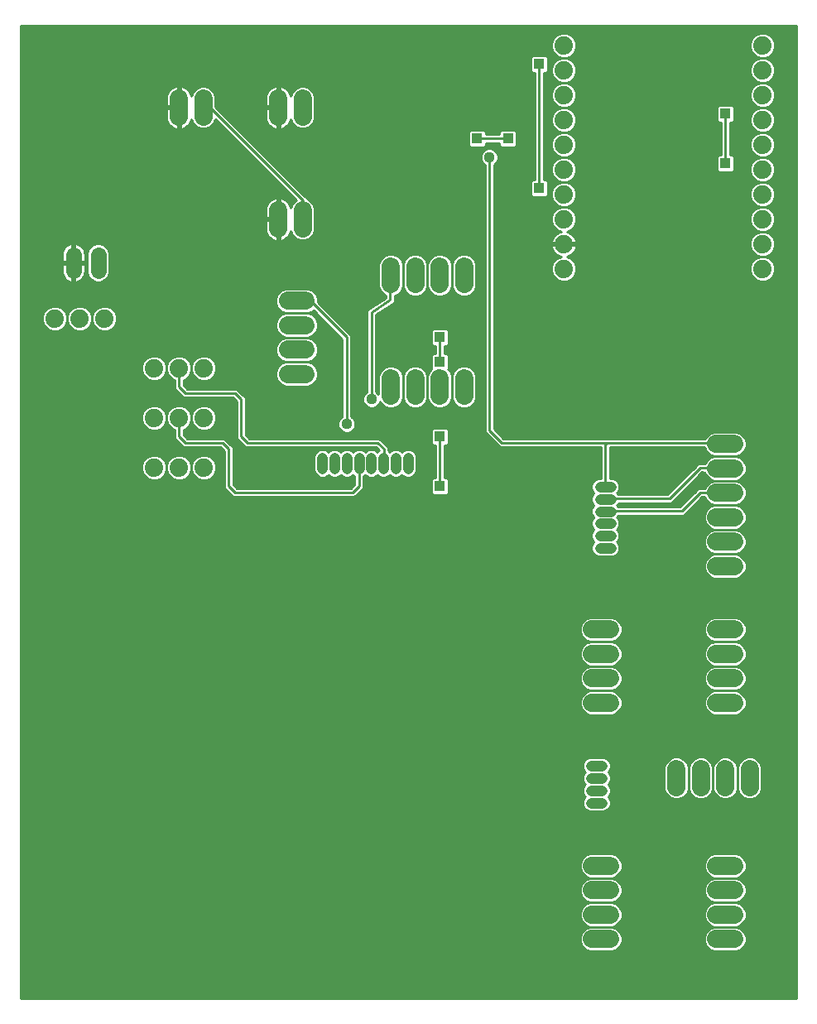
<source format=gbl>
G75*
%MOIN*%
%OFA0B0*%
%FSLAX25Y25*%
%IPPOS*%
%LPD*%
%AMOC8*
5,1,8,0,0,1.08239X$1,22.5*
%
%ADD10C,0.07205*%
%ADD11C,0.06400*%
%ADD12C,0.04369*%
%ADD13C,0.07400*%
%ADD14C,0.01000*%
%ADD15C,0.04400*%
%ADD16R,0.04362X0.04362*%
D10*
X0182910Y0245398D02*
X0182910Y0252602D01*
X0192753Y0252602D02*
X0192753Y0245398D01*
X0202595Y0245398D02*
X0202595Y0252602D01*
X0212438Y0252602D02*
X0212438Y0245398D01*
X0212438Y0290398D02*
X0212438Y0297602D01*
X0202595Y0297602D02*
X0202595Y0290398D01*
X0192753Y0290398D02*
X0192753Y0297602D01*
X0182910Y0297602D02*
X0182910Y0290398D01*
X0148698Y0283685D02*
X0141493Y0283685D01*
X0141493Y0273843D02*
X0148698Y0273843D01*
X0148698Y0264000D02*
X0141493Y0264000D01*
X0141493Y0254157D02*
X0148698Y0254157D01*
X0147438Y0312898D02*
X0147438Y0320102D01*
X0137595Y0320102D02*
X0137595Y0312898D01*
X0137595Y0357898D02*
X0137595Y0365102D01*
X0147438Y0365102D02*
X0147438Y0357898D01*
X0107438Y0357898D02*
X0107438Y0365102D01*
X0097595Y0365102D02*
X0097595Y0357898D01*
X0263993Y0151343D02*
X0271198Y0151343D01*
X0271198Y0141500D02*
X0263993Y0141500D01*
X0263993Y0131657D02*
X0271198Y0131657D01*
X0271198Y0121815D02*
X0263993Y0121815D01*
X0297910Y0095102D02*
X0297910Y0087898D01*
X0307753Y0087898D02*
X0307753Y0095102D01*
X0317595Y0095102D02*
X0317595Y0087898D01*
X0327438Y0087898D02*
X0327438Y0095102D01*
X0321198Y0121815D02*
X0313993Y0121815D01*
X0313993Y0131657D02*
X0321198Y0131657D01*
X0321198Y0141500D02*
X0313993Y0141500D01*
X0313993Y0151343D02*
X0321198Y0151343D01*
X0321198Y0176815D02*
X0313993Y0176815D01*
X0313993Y0186657D02*
X0321198Y0186657D01*
X0321198Y0196500D02*
X0313993Y0196500D01*
X0313993Y0206343D02*
X0321198Y0206343D01*
X0321198Y0216185D02*
X0313993Y0216185D01*
X0313993Y0226028D02*
X0321198Y0226028D01*
X0321198Y0056185D02*
X0313993Y0056185D01*
X0313993Y0046343D02*
X0321198Y0046343D01*
X0321198Y0036500D02*
X0313993Y0036500D01*
X0313993Y0026657D02*
X0321198Y0026657D01*
X0271198Y0026657D02*
X0263993Y0026657D01*
X0263993Y0036500D02*
X0271198Y0036500D01*
X0271198Y0046343D02*
X0263993Y0046343D01*
X0263993Y0056185D02*
X0271198Y0056185D01*
D11*
X0065095Y0295800D02*
X0065095Y0302200D01*
X0055095Y0302200D02*
X0055095Y0295800D01*
D12*
X0155371Y0220456D02*
X0155371Y0216087D01*
X0160292Y0216087D02*
X0160292Y0220456D01*
X0165213Y0220456D02*
X0165213Y0216087D01*
X0170135Y0216087D02*
X0170135Y0220456D01*
X0175056Y0220456D02*
X0175056Y0216087D01*
X0179977Y0216087D02*
X0179977Y0220456D01*
X0184898Y0220456D02*
X0184898Y0216087D01*
X0189820Y0216087D02*
X0189820Y0220456D01*
X0267183Y0208803D02*
X0271551Y0208803D01*
X0271551Y0203882D02*
X0267183Y0203882D01*
X0267183Y0198961D02*
X0271551Y0198961D01*
X0271551Y0194039D02*
X0267183Y0194039D01*
X0267183Y0189118D02*
X0271551Y0189118D01*
X0271551Y0184197D02*
X0267183Y0184197D01*
X0268008Y0096382D02*
X0263639Y0096382D01*
X0263639Y0091461D02*
X0268008Y0091461D01*
X0268008Y0086539D02*
X0263639Y0086539D01*
X0263639Y0081618D02*
X0268008Y0081618D01*
D13*
X0107595Y0216500D03*
X0097595Y0216500D03*
X0087595Y0216500D03*
X0087595Y0236500D03*
X0097595Y0236500D03*
X0107595Y0236500D03*
X0107595Y0256500D03*
X0097595Y0256500D03*
X0087595Y0256500D03*
X0067595Y0276500D03*
X0057595Y0276500D03*
X0047595Y0276500D03*
X0252595Y0296500D03*
X0252595Y0306500D03*
X0252595Y0316500D03*
X0252595Y0326500D03*
X0252595Y0336500D03*
X0252595Y0346500D03*
X0252595Y0356500D03*
X0252595Y0366500D03*
X0252595Y0376500D03*
X0252595Y0386500D03*
X0332595Y0386500D03*
X0332595Y0376500D03*
X0332595Y0366500D03*
X0332595Y0356500D03*
X0332595Y0346500D03*
X0332595Y0336500D03*
X0332595Y0326500D03*
X0332595Y0316500D03*
X0332595Y0306500D03*
X0332595Y0296500D03*
D14*
X0033895Y0394531D02*
X0033895Y0002800D01*
X0346256Y0002800D01*
X0346256Y0394531D01*
X0033895Y0394531D01*
X0033895Y0393915D02*
X0346256Y0393915D01*
X0346256Y0392916D02*
X0033895Y0392916D01*
X0033895Y0391918D02*
X0346256Y0391918D01*
X0346256Y0390919D02*
X0334991Y0390919D01*
X0335427Y0390739D02*
X0333590Y0391500D01*
X0331601Y0391500D01*
X0329763Y0390739D01*
X0328356Y0389332D01*
X0327595Y0387495D01*
X0327595Y0385505D01*
X0328356Y0383668D01*
X0329763Y0382261D01*
X0331601Y0381500D01*
X0333590Y0381500D01*
X0335427Y0382261D01*
X0336834Y0383668D01*
X0337595Y0385505D01*
X0337595Y0387495D01*
X0336834Y0389332D01*
X0335427Y0390739D01*
X0336245Y0389921D02*
X0346256Y0389921D01*
X0346256Y0388922D02*
X0337004Y0388922D01*
X0337417Y0387924D02*
X0346256Y0387924D01*
X0346256Y0386925D02*
X0337595Y0386925D01*
X0337595Y0385927D02*
X0346256Y0385927D01*
X0346256Y0384928D02*
X0337356Y0384928D01*
X0336942Y0383930D02*
X0346256Y0383930D01*
X0346256Y0382931D02*
X0336098Y0382931D01*
X0334635Y0381933D02*
X0346256Y0381933D01*
X0346256Y0380934D02*
X0334955Y0380934D01*
X0335427Y0380739D02*
X0333590Y0381500D01*
X0331601Y0381500D01*
X0329763Y0380739D01*
X0328356Y0379332D01*
X0327595Y0377495D01*
X0327595Y0375505D01*
X0328356Y0373668D01*
X0329763Y0372261D01*
X0331601Y0371500D01*
X0333590Y0371500D01*
X0335427Y0372261D01*
X0336834Y0373668D01*
X0337595Y0375505D01*
X0337595Y0377495D01*
X0336834Y0379332D01*
X0335427Y0380739D01*
X0336230Y0379936D02*
X0346256Y0379936D01*
X0346256Y0378937D02*
X0336998Y0378937D01*
X0337411Y0377939D02*
X0346256Y0377939D01*
X0346256Y0376940D02*
X0337595Y0376940D01*
X0337595Y0375942D02*
X0346256Y0375942D01*
X0346256Y0374943D02*
X0337362Y0374943D01*
X0336949Y0373945D02*
X0346256Y0373945D01*
X0346256Y0372946D02*
X0336112Y0372946D01*
X0334671Y0371948D02*
X0346256Y0371948D01*
X0346256Y0370949D02*
X0334919Y0370949D01*
X0335427Y0370739D02*
X0333590Y0371500D01*
X0331601Y0371500D01*
X0329763Y0370739D01*
X0328356Y0369332D01*
X0327595Y0367495D01*
X0327595Y0365505D01*
X0328356Y0363668D01*
X0329763Y0362261D01*
X0331601Y0361500D01*
X0333590Y0361500D01*
X0335427Y0362261D01*
X0336834Y0363668D01*
X0337595Y0365505D01*
X0337595Y0367495D01*
X0336834Y0369332D01*
X0335427Y0370739D01*
X0336216Y0369951D02*
X0346256Y0369951D01*
X0346256Y0368952D02*
X0336991Y0368952D01*
X0337405Y0367954D02*
X0346256Y0367954D01*
X0346256Y0366955D02*
X0337595Y0366955D01*
X0337595Y0365957D02*
X0346256Y0365957D01*
X0346256Y0364958D02*
X0337368Y0364958D01*
X0336955Y0363960D02*
X0346256Y0363960D01*
X0346256Y0362961D02*
X0336127Y0362961D01*
X0334706Y0361963D02*
X0346256Y0361963D01*
X0346256Y0360964D02*
X0334884Y0360964D01*
X0335427Y0360739D02*
X0333590Y0361500D01*
X0331601Y0361500D01*
X0329763Y0360739D01*
X0328356Y0359332D01*
X0327595Y0357495D01*
X0327595Y0355505D01*
X0328356Y0353668D01*
X0329763Y0352261D01*
X0331601Y0351500D01*
X0333590Y0351500D01*
X0335427Y0352261D01*
X0336834Y0353668D01*
X0337595Y0355505D01*
X0337595Y0357495D01*
X0336834Y0359332D01*
X0335427Y0360739D01*
X0336201Y0359966D02*
X0346256Y0359966D01*
X0346256Y0358967D02*
X0336985Y0358967D01*
X0337399Y0357969D02*
X0346256Y0357969D01*
X0346256Y0356970D02*
X0337595Y0356970D01*
X0337595Y0355972D02*
X0346256Y0355972D01*
X0346256Y0354973D02*
X0337375Y0354973D01*
X0336961Y0353974D02*
X0346256Y0353974D01*
X0346256Y0352976D02*
X0336142Y0352976D01*
X0334742Y0351977D02*
X0346256Y0351977D01*
X0346256Y0350979D02*
X0334848Y0350979D01*
X0335427Y0350739D02*
X0333590Y0351500D01*
X0331601Y0351500D01*
X0329763Y0350739D01*
X0328356Y0349332D01*
X0327595Y0347495D01*
X0327595Y0345505D01*
X0328356Y0343668D01*
X0329763Y0342261D01*
X0331601Y0341500D01*
X0333590Y0341500D01*
X0335427Y0342261D01*
X0336834Y0343668D01*
X0337595Y0345505D01*
X0337595Y0347495D01*
X0336834Y0349332D01*
X0335427Y0350739D01*
X0336186Y0349980D02*
X0346256Y0349980D01*
X0346256Y0348982D02*
X0336979Y0348982D01*
X0337393Y0347983D02*
X0346256Y0347983D01*
X0346256Y0346985D02*
X0337595Y0346985D01*
X0337595Y0345986D02*
X0346256Y0345986D01*
X0346256Y0344988D02*
X0337381Y0344988D01*
X0336967Y0343989D02*
X0346256Y0343989D01*
X0346256Y0342991D02*
X0336157Y0342991D01*
X0334778Y0341992D02*
X0346256Y0341992D01*
X0346256Y0340994D02*
X0334812Y0340994D01*
X0335427Y0340739D02*
X0333590Y0341500D01*
X0331601Y0341500D01*
X0329763Y0340739D01*
X0328356Y0339332D01*
X0327595Y0337495D01*
X0327595Y0335505D01*
X0328356Y0333668D01*
X0329763Y0332261D01*
X0331601Y0331500D01*
X0333590Y0331500D01*
X0335427Y0332261D01*
X0336834Y0333668D01*
X0337595Y0335505D01*
X0337595Y0337495D01*
X0336834Y0339332D01*
X0335427Y0340739D01*
X0336171Y0339995D02*
X0346256Y0339995D01*
X0346256Y0338997D02*
X0336973Y0338997D01*
X0337386Y0337998D02*
X0346256Y0337998D01*
X0346256Y0337000D02*
X0337595Y0337000D01*
X0337595Y0336001D02*
X0346256Y0336001D01*
X0346256Y0335003D02*
X0337387Y0335003D01*
X0336973Y0334004D02*
X0346256Y0334004D01*
X0346256Y0333006D02*
X0336172Y0333006D01*
X0334814Y0332007D02*
X0346256Y0332007D01*
X0346256Y0331009D02*
X0334776Y0331009D01*
X0335427Y0330739D02*
X0333590Y0331500D01*
X0331601Y0331500D01*
X0329763Y0330739D01*
X0328356Y0329332D01*
X0327595Y0327495D01*
X0327595Y0325505D01*
X0328356Y0323668D01*
X0329763Y0322261D01*
X0331601Y0321500D01*
X0333590Y0321500D01*
X0335427Y0322261D01*
X0336834Y0323668D01*
X0337595Y0325505D01*
X0337595Y0327495D01*
X0336834Y0329332D01*
X0335427Y0330739D01*
X0336156Y0330010D02*
X0346256Y0330010D01*
X0346256Y0329012D02*
X0336967Y0329012D01*
X0337380Y0328013D02*
X0346256Y0328013D01*
X0346256Y0327015D02*
X0337595Y0327015D01*
X0337595Y0326016D02*
X0346256Y0326016D01*
X0346256Y0325018D02*
X0337393Y0325018D01*
X0336979Y0324019D02*
X0346256Y0324019D01*
X0346256Y0323021D02*
X0336187Y0323021D01*
X0334850Y0322022D02*
X0346256Y0322022D01*
X0346256Y0321024D02*
X0334740Y0321024D01*
X0335427Y0320739D02*
X0333590Y0321500D01*
X0331601Y0321500D01*
X0329763Y0320739D01*
X0328356Y0319332D01*
X0327595Y0317495D01*
X0327595Y0315505D01*
X0328356Y0313668D01*
X0329763Y0312261D01*
X0331601Y0311500D01*
X0333590Y0311500D01*
X0335427Y0312261D01*
X0336834Y0313668D01*
X0337595Y0315505D01*
X0337595Y0317495D01*
X0336834Y0319332D01*
X0335427Y0320739D01*
X0336141Y0320025D02*
X0346256Y0320025D01*
X0346256Y0319027D02*
X0336961Y0319027D01*
X0337374Y0318028D02*
X0346256Y0318028D01*
X0346256Y0317030D02*
X0337595Y0317030D01*
X0337595Y0316031D02*
X0346256Y0316031D01*
X0346256Y0315033D02*
X0337399Y0315033D01*
X0336986Y0314034D02*
X0346256Y0314034D01*
X0346256Y0313036D02*
X0336202Y0313036D01*
X0334886Y0312037D02*
X0346256Y0312037D01*
X0346256Y0311039D02*
X0334704Y0311039D01*
X0335427Y0310739D02*
X0333590Y0311500D01*
X0331601Y0311500D01*
X0329763Y0310739D01*
X0328356Y0309332D01*
X0327595Y0307495D01*
X0327595Y0305505D01*
X0328356Y0303668D01*
X0329763Y0302261D01*
X0331601Y0301500D01*
X0333590Y0301500D01*
X0335427Y0302261D01*
X0336834Y0303668D01*
X0337595Y0305505D01*
X0337595Y0307495D01*
X0336834Y0309332D01*
X0335427Y0310739D01*
X0336126Y0310040D02*
X0346256Y0310040D01*
X0346256Y0309041D02*
X0336954Y0309041D01*
X0337368Y0308043D02*
X0346256Y0308043D01*
X0346256Y0307044D02*
X0337595Y0307044D01*
X0337595Y0306046D02*
X0346256Y0306046D01*
X0346256Y0305047D02*
X0337405Y0305047D01*
X0336992Y0304049D02*
X0346256Y0304049D01*
X0346256Y0303050D02*
X0336217Y0303050D01*
X0334922Y0302052D02*
X0346256Y0302052D01*
X0346256Y0301053D02*
X0334668Y0301053D01*
X0335427Y0300739D02*
X0333590Y0301500D01*
X0331601Y0301500D01*
X0329763Y0300739D01*
X0328356Y0299332D01*
X0327595Y0297495D01*
X0327595Y0295505D01*
X0328356Y0293668D01*
X0329763Y0292261D01*
X0331601Y0291500D01*
X0333590Y0291500D01*
X0335427Y0292261D01*
X0336834Y0293668D01*
X0337595Y0295505D01*
X0337595Y0297495D01*
X0336834Y0299332D01*
X0335427Y0300739D01*
X0336111Y0300055D02*
X0346256Y0300055D01*
X0346256Y0299056D02*
X0336948Y0299056D01*
X0337362Y0298058D02*
X0346256Y0298058D01*
X0346256Y0297059D02*
X0337595Y0297059D01*
X0337595Y0296061D02*
X0346256Y0296061D01*
X0346256Y0295062D02*
X0337412Y0295062D01*
X0336998Y0294064D02*
X0346256Y0294064D01*
X0346256Y0293065D02*
X0336232Y0293065D01*
X0334958Y0292067D02*
X0346256Y0292067D01*
X0346256Y0291068D02*
X0224395Y0291068D01*
X0224395Y0290070D02*
X0346256Y0290070D01*
X0346256Y0289071D02*
X0224395Y0289071D01*
X0224395Y0288073D02*
X0346256Y0288073D01*
X0346256Y0287074D02*
X0224395Y0287074D01*
X0224395Y0286076D02*
X0346256Y0286076D01*
X0346256Y0285077D02*
X0224395Y0285077D01*
X0224395Y0284079D02*
X0346256Y0284079D01*
X0346256Y0283080D02*
X0224395Y0283080D01*
X0224395Y0282082D02*
X0346256Y0282082D01*
X0346256Y0281083D02*
X0224395Y0281083D01*
X0224395Y0280085D02*
X0346256Y0280085D01*
X0346256Y0279086D02*
X0224395Y0279086D01*
X0224395Y0278088D02*
X0346256Y0278088D01*
X0346256Y0277089D02*
X0224395Y0277089D01*
X0224395Y0276091D02*
X0346256Y0276091D01*
X0346256Y0275092D02*
X0224395Y0275092D01*
X0224395Y0274094D02*
X0346256Y0274094D01*
X0346256Y0273095D02*
X0224395Y0273095D01*
X0224395Y0272097D02*
X0346256Y0272097D01*
X0346256Y0271098D02*
X0224395Y0271098D01*
X0224395Y0270100D02*
X0346256Y0270100D01*
X0346256Y0269101D02*
X0224395Y0269101D01*
X0224395Y0268103D02*
X0346256Y0268103D01*
X0346256Y0267104D02*
X0224395Y0267104D01*
X0224395Y0266105D02*
X0346256Y0266105D01*
X0346256Y0265107D02*
X0224395Y0265107D01*
X0224395Y0264108D02*
X0346256Y0264108D01*
X0346256Y0263110D02*
X0224395Y0263110D01*
X0224395Y0262111D02*
X0346256Y0262111D01*
X0346256Y0261113D02*
X0224395Y0261113D01*
X0224395Y0260114D02*
X0346256Y0260114D01*
X0346256Y0259116D02*
X0224395Y0259116D01*
X0224395Y0258117D02*
X0346256Y0258117D01*
X0346256Y0257119D02*
X0224395Y0257119D01*
X0224395Y0256120D02*
X0346256Y0256120D01*
X0346256Y0255122D02*
X0224395Y0255122D01*
X0224395Y0254123D02*
X0346256Y0254123D01*
X0346256Y0253125D02*
X0224395Y0253125D01*
X0224395Y0252126D02*
X0346256Y0252126D01*
X0346256Y0251128D02*
X0224395Y0251128D01*
X0224395Y0250129D02*
X0346256Y0250129D01*
X0346256Y0249131D02*
X0224395Y0249131D01*
X0224395Y0248132D02*
X0346256Y0248132D01*
X0346256Y0247134D02*
X0224395Y0247134D01*
X0224395Y0246135D02*
X0346256Y0246135D01*
X0346256Y0245137D02*
X0224395Y0245137D01*
X0224395Y0244138D02*
X0346256Y0244138D01*
X0346256Y0243140D02*
X0224395Y0243140D01*
X0224395Y0242141D02*
X0346256Y0242141D01*
X0346256Y0241143D02*
X0224395Y0241143D01*
X0224395Y0240144D02*
X0346256Y0240144D01*
X0346256Y0239146D02*
X0224395Y0239146D01*
X0224395Y0238147D02*
X0346256Y0238147D01*
X0346256Y0237149D02*
X0224395Y0237149D01*
X0224395Y0236150D02*
X0346256Y0236150D01*
X0346256Y0235152D02*
X0224395Y0235152D01*
X0224395Y0234153D02*
X0346256Y0234153D01*
X0346256Y0233155D02*
X0224395Y0233155D01*
X0224395Y0232246D02*
X0224395Y0338457D01*
X0224578Y0338533D01*
X0225562Y0339517D01*
X0226095Y0340804D01*
X0226095Y0342196D01*
X0225562Y0343483D01*
X0224578Y0344467D01*
X0223291Y0345000D01*
X0221899Y0345000D01*
X0220613Y0344467D01*
X0219628Y0343483D01*
X0219095Y0342196D01*
X0219095Y0340804D01*
X0219628Y0339517D01*
X0220613Y0338533D01*
X0220795Y0338457D01*
X0220795Y0230754D01*
X0225795Y0225754D01*
X0226850Y0224700D01*
X0267567Y0224700D01*
X0267567Y0212287D01*
X0266489Y0212287D01*
X0265209Y0211757D01*
X0264229Y0210777D01*
X0263698Y0209496D01*
X0263698Y0208110D01*
X0264229Y0206829D01*
X0264716Y0206343D01*
X0264229Y0205856D01*
X0263698Y0204575D01*
X0263698Y0203189D01*
X0264229Y0201908D01*
X0264716Y0201421D01*
X0264229Y0200934D01*
X0263698Y0199654D01*
X0263698Y0198268D01*
X0264229Y0196987D01*
X0264716Y0196500D01*
X0264229Y0196013D01*
X0263698Y0194732D01*
X0263698Y0193346D01*
X0264229Y0192066D01*
X0264716Y0191579D01*
X0264229Y0191092D01*
X0263698Y0189811D01*
X0263698Y0188425D01*
X0264229Y0187144D01*
X0264716Y0186657D01*
X0264229Y0186171D01*
X0263698Y0184890D01*
X0263698Y0183504D01*
X0264229Y0182223D01*
X0265209Y0181243D01*
X0266489Y0180713D01*
X0272244Y0180713D01*
X0273525Y0181243D01*
X0274505Y0182223D01*
X0275035Y0183504D01*
X0275035Y0184890D01*
X0274505Y0186171D01*
X0274018Y0186657D01*
X0274505Y0187144D01*
X0275035Y0188425D01*
X0275035Y0189811D01*
X0274505Y0191092D01*
X0274018Y0191579D01*
X0274505Y0192066D01*
X0275035Y0193346D01*
X0275035Y0194732D01*
X0274505Y0196013D01*
X0274018Y0196500D01*
X0274505Y0196987D01*
X0274593Y0197200D01*
X0300841Y0197200D01*
X0301895Y0198254D01*
X0308329Y0204688D01*
X0309379Y0204672D01*
X0309837Y0203566D01*
X0311216Y0202186D01*
X0313018Y0201440D01*
X0322173Y0201440D01*
X0323974Y0202186D01*
X0325354Y0203566D01*
X0326100Y0205367D01*
X0326100Y0207318D01*
X0325354Y0209119D01*
X0323974Y0210499D01*
X0322173Y0211245D01*
X0313018Y0211245D01*
X0311216Y0210499D01*
X0309837Y0209119D01*
X0309485Y0208270D01*
X0308352Y0208288D01*
X0308341Y0208300D01*
X0307609Y0208300D01*
X0306878Y0208312D01*
X0306866Y0208300D01*
X0306850Y0208300D01*
X0306332Y0207783D01*
X0305807Y0207274D01*
X0305807Y0207257D01*
X0299350Y0200800D01*
X0274560Y0200800D01*
X0274505Y0200934D01*
X0274018Y0201421D01*
X0274505Y0201908D01*
X0274626Y0202200D01*
X0295841Y0202200D01*
X0296895Y0203254D01*
X0308317Y0214676D01*
X0309325Y0214645D01*
X0309837Y0213408D01*
X0311216Y0212029D01*
X0313018Y0211283D01*
X0322173Y0211283D01*
X0323974Y0212029D01*
X0325354Y0213408D01*
X0326100Y0215210D01*
X0326100Y0217160D01*
X0325354Y0218962D01*
X0323974Y0220341D01*
X0322173Y0221087D01*
X0313018Y0221087D01*
X0311216Y0220341D01*
X0309837Y0218962D01*
X0309538Y0218240D01*
X0308364Y0218277D01*
X0308341Y0218300D01*
X0307623Y0218300D01*
X0306907Y0218323D01*
X0306883Y0218300D01*
X0306850Y0218300D01*
X0306342Y0217793D01*
X0305820Y0217302D01*
X0305818Y0217269D01*
X0294350Y0205800D01*
X0274528Y0205800D01*
X0274505Y0205856D01*
X0274018Y0206343D01*
X0274505Y0206829D01*
X0275035Y0208110D01*
X0275035Y0209496D01*
X0274505Y0210777D01*
X0273525Y0211757D01*
X0272244Y0212287D01*
X0271167Y0212287D01*
X0271167Y0224700D01*
X0309236Y0224700D01*
X0309837Y0223251D01*
X0311216Y0221872D01*
X0313018Y0221125D01*
X0322173Y0221125D01*
X0323974Y0221872D01*
X0325354Y0223251D01*
X0326100Y0225052D01*
X0326100Y0227003D01*
X0325354Y0228805D01*
X0323974Y0230184D01*
X0322173Y0230930D01*
X0313018Y0230930D01*
X0311216Y0230184D01*
X0309837Y0228805D01*
X0309628Y0228300D01*
X0228341Y0228300D01*
X0224395Y0232246D01*
X0224485Y0232156D02*
X0346256Y0232156D01*
X0346256Y0231158D02*
X0225483Y0231158D01*
X0226482Y0230159D02*
X0311191Y0230159D01*
X0310193Y0229161D02*
X0227480Y0229161D01*
X0227595Y0226500D02*
X0270095Y0226500D01*
X0269367Y0225772D01*
X0269367Y0208803D01*
X0270095Y0209000D01*
X0272489Y0212186D02*
X0300735Y0212186D01*
X0299737Y0211187D02*
X0274094Y0211187D01*
X0274748Y0210189D02*
X0298738Y0210189D01*
X0297740Y0209190D02*
X0275035Y0209190D01*
X0275035Y0208192D02*
X0296741Y0208192D01*
X0295743Y0207193D02*
X0274656Y0207193D01*
X0274166Y0206195D02*
X0294744Y0206195D01*
X0295095Y0204000D02*
X0270095Y0204000D01*
X0269367Y0203882D01*
X0274237Y0201202D02*
X0299752Y0201202D01*
X0300750Y0202201D02*
X0295841Y0202201D01*
X0296840Y0203199D02*
X0301749Y0203199D01*
X0302747Y0204198D02*
X0297839Y0204198D01*
X0298837Y0205196D02*
X0303746Y0205196D01*
X0304744Y0206195D02*
X0299836Y0206195D01*
X0300834Y0207193D02*
X0305743Y0207193D01*
X0306741Y0208192D02*
X0301833Y0208192D01*
X0302831Y0209190D02*
X0309908Y0209190D01*
X0310906Y0210189D02*
X0303830Y0210189D01*
X0304828Y0211187D02*
X0312879Y0211187D01*
X0311059Y0212186D02*
X0305827Y0212186D01*
X0306825Y0213184D02*
X0310060Y0213184D01*
X0309516Y0214183D02*
X0307824Y0214183D01*
X0307595Y0216500D02*
X0295095Y0204000D01*
X0300095Y0199000D02*
X0270095Y0199000D01*
X0269367Y0198961D01*
X0274308Y0196210D02*
X0309090Y0196210D01*
X0309090Y0195525D02*
X0309837Y0193723D01*
X0311216Y0192344D01*
X0313018Y0191598D01*
X0322173Y0191598D01*
X0323974Y0192344D01*
X0325354Y0193723D01*
X0326100Y0195525D01*
X0326100Y0197475D01*
X0325354Y0199277D01*
X0323974Y0200656D01*
X0322173Y0201402D01*
X0313018Y0201402D01*
X0311216Y0200656D01*
X0309837Y0199277D01*
X0309090Y0197475D01*
X0309090Y0195525D01*
X0309220Y0195211D02*
X0274837Y0195211D01*
X0275035Y0194213D02*
X0309634Y0194213D01*
X0310346Y0193214D02*
X0274981Y0193214D01*
X0274567Y0192216D02*
X0311526Y0192216D01*
X0312190Y0191217D02*
X0274379Y0191217D01*
X0274867Y0190219D02*
X0310621Y0190219D01*
X0311216Y0190813D02*
X0309837Y0189434D01*
X0309090Y0187633D01*
X0309090Y0185682D01*
X0309837Y0183881D01*
X0311216Y0182501D01*
X0313018Y0181755D01*
X0322173Y0181755D01*
X0323974Y0182501D01*
X0325354Y0183881D01*
X0326100Y0185682D01*
X0326100Y0187633D01*
X0325354Y0189434D01*
X0323974Y0190813D01*
X0322173Y0191560D01*
X0313018Y0191560D01*
X0311216Y0190813D01*
X0309748Y0189220D02*
X0275035Y0189220D01*
X0274951Y0188222D02*
X0309334Y0188222D01*
X0309090Y0187223D02*
X0274537Y0187223D01*
X0274451Y0186225D02*
X0309090Y0186225D01*
X0309279Y0185226D02*
X0274896Y0185226D01*
X0275035Y0184228D02*
X0309693Y0184228D01*
X0310488Y0183229D02*
X0274921Y0183229D01*
X0274508Y0182231D02*
X0311870Y0182231D01*
X0311846Y0181232D02*
X0273498Y0181232D01*
X0265235Y0181232D02*
X0033895Y0181232D01*
X0033895Y0180234D02*
X0310478Y0180234D01*
X0309837Y0179592D02*
X0309090Y0177790D01*
X0309090Y0175840D01*
X0309837Y0174038D01*
X0311216Y0172659D01*
X0313018Y0171913D01*
X0322173Y0171913D01*
X0323974Y0172659D01*
X0325354Y0174038D01*
X0326100Y0175840D01*
X0326100Y0177790D01*
X0325354Y0179592D01*
X0323974Y0180971D01*
X0322173Y0181717D01*
X0313018Y0181717D01*
X0311216Y0180971D01*
X0309837Y0179592D01*
X0309689Y0179235D02*
X0033895Y0179235D01*
X0033895Y0178237D02*
X0309275Y0178237D01*
X0309090Y0177238D02*
X0033895Y0177238D01*
X0033895Y0176239D02*
X0309090Y0176239D01*
X0309338Y0175241D02*
X0033895Y0175241D01*
X0033895Y0174242D02*
X0309752Y0174242D01*
X0310631Y0173244D02*
X0033895Y0173244D01*
X0033895Y0172245D02*
X0312214Y0172245D01*
X0322976Y0172245D02*
X0346256Y0172245D01*
X0346256Y0171247D02*
X0033895Y0171247D01*
X0033895Y0170248D02*
X0346256Y0170248D01*
X0346256Y0169250D02*
X0033895Y0169250D01*
X0033895Y0168251D02*
X0346256Y0168251D01*
X0346256Y0167253D02*
X0033895Y0167253D01*
X0033895Y0166254D02*
X0346256Y0166254D01*
X0346256Y0165256D02*
X0033895Y0165256D01*
X0033895Y0164257D02*
X0346256Y0164257D01*
X0346256Y0163259D02*
X0033895Y0163259D01*
X0033895Y0162260D02*
X0346256Y0162260D01*
X0346256Y0161262D02*
X0033895Y0161262D01*
X0033895Y0160263D02*
X0346256Y0160263D01*
X0346256Y0159265D02*
X0033895Y0159265D01*
X0033895Y0158266D02*
X0346256Y0158266D01*
X0346256Y0157268D02*
X0033895Y0157268D01*
X0033895Y0156269D02*
X0346256Y0156269D01*
X0346256Y0155271D02*
X0324202Y0155271D01*
X0323974Y0155499D02*
X0322173Y0156245D01*
X0313018Y0156245D01*
X0311216Y0155499D01*
X0309837Y0154119D01*
X0309090Y0152318D01*
X0309090Y0150367D01*
X0309837Y0148566D01*
X0311216Y0147186D01*
X0313018Y0146440D01*
X0322173Y0146440D01*
X0323974Y0147186D01*
X0325354Y0148566D01*
X0326100Y0150367D01*
X0326100Y0152318D01*
X0325354Y0154119D01*
X0323974Y0155499D01*
X0325201Y0154272D02*
X0346256Y0154272D01*
X0346256Y0153274D02*
X0325704Y0153274D01*
X0326100Y0152275D02*
X0346256Y0152275D01*
X0346256Y0151277D02*
X0326100Y0151277D01*
X0326063Y0150278D02*
X0346256Y0150278D01*
X0346256Y0149280D02*
X0325649Y0149280D01*
X0325069Y0148281D02*
X0346256Y0148281D01*
X0346256Y0147283D02*
X0324071Y0147283D01*
X0323974Y0145656D02*
X0322173Y0146402D01*
X0313018Y0146402D01*
X0311216Y0145656D01*
X0309837Y0144277D01*
X0309090Y0142475D01*
X0309090Y0140525D01*
X0309837Y0138723D01*
X0311216Y0137344D01*
X0313018Y0136598D01*
X0322173Y0136598D01*
X0323974Y0137344D01*
X0325354Y0138723D01*
X0326100Y0140525D01*
X0326100Y0142475D01*
X0325354Y0144277D01*
X0323974Y0145656D01*
X0324345Y0145286D02*
X0346256Y0145286D01*
X0346256Y0146284D02*
X0322458Y0146284D01*
X0325343Y0144287D02*
X0346256Y0144287D01*
X0346256Y0143289D02*
X0325763Y0143289D01*
X0326100Y0142290D02*
X0346256Y0142290D01*
X0346256Y0141292D02*
X0326100Y0141292D01*
X0326004Y0140293D02*
X0346256Y0140293D01*
X0346256Y0139295D02*
X0325590Y0139295D01*
X0324927Y0138296D02*
X0346256Y0138296D01*
X0346256Y0137298D02*
X0323862Y0137298D01*
X0322802Y0136299D02*
X0346256Y0136299D01*
X0346256Y0135301D02*
X0324487Y0135301D01*
X0323974Y0135813D02*
X0322173Y0136560D01*
X0313018Y0136560D01*
X0311216Y0135813D01*
X0309837Y0134434D01*
X0309090Y0132633D01*
X0309090Y0130682D01*
X0309837Y0128881D01*
X0311216Y0127501D01*
X0313018Y0126755D01*
X0322173Y0126755D01*
X0323974Y0127501D01*
X0325354Y0128881D01*
X0326100Y0130682D01*
X0326100Y0132633D01*
X0325354Y0134434D01*
X0323974Y0135813D01*
X0325408Y0134302D02*
X0346256Y0134302D01*
X0346256Y0133303D02*
X0325822Y0133303D01*
X0326100Y0132305D02*
X0346256Y0132305D01*
X0346256Y0131306D02*
X0326100Y0131306D01*
X0325945Y0130308D02*
X0346256Y0130308D01*
X0346256Y0129309D02*
X0325531Y0129309D01*
X0324784Y0128311D02*
X0346256Y0128311D01*
X0346256Y0127312D02*
X0323518Y0127312D01*
X0323147Y0126314D02*
X0346256Y0126314D01*
X0346256Y0125315D02*
X0324630Y0125315D01*
X0323974Y0125971D02*
X0322173Y0126717D01*
X0313018Y0126717D01*
X0311216Y0125971D01*
X0309837Y0124592D01*
X0309090Y0122790D01*
X0309090Y0120840D01*
X0309837Y0119038D01*
X0311216Y0117659D01*
X0313018Y0116913D01*
X0322173Y0116913D01*
X0323974Y0117659D01*
X0325354Y0119038D01*
X0326100Y0120840D01*
X0326100Y0122790D01*
X0325354Y0124592D01*
X0323974Y0125971D01*
X0325467Y0124317D02*
X0346256Y0124317D01*
X0346256Y0123318D02*
X0325881Y0123318D01*
X0326100Y0122320D02*
X0346256Y0122320D01*
X0346256Y0121321D02*
X0326100Y0121321D01*
X0325886Y0120323D02*
X0346256Y0120323D01*
X0346256Y0119324D02*
X0325472Y0119324D01*
X0324641Y0118326D02*
X0346256Y0118326D01*
X0346256Y0117327D02*
X0323174Y0117327D01*
X0312016Y0117327D02*
X0273174Y0117327D01*
X0273974Y0117659D02*
X0275354Y0119038D01*
X0276100Y0120840D01*
X0276100Y0122790D01*
X0275354Y0124592D01*
X0273974Y0125971D01*
X0272173Y0126717D01*
X0263018Y0126717D01*
X0261216Y0125971D01*
X0259837Y0124592D01*
X0259090Y0122790D01*
X0259090Y0120840D01*
X0259837Y0119038D01*
X0261216Y0117659D01*
X0263018Y0116913D01*
X0272173Y0116913D01*
X0273974Y0117659D01*
X0274641Y0118326D02*
X0310549Y0118326D01*
X0309718Y0119324D02*
X0275472Y0119324D01*
X0275886Y0120323D02*
X0309305Y0120323D01*
X0309090Y0121321D02*
X0276100Y0121321D01*
X0276100Y0122320D02*
X0309090Y0122320D01*
X0309309Y0123318D02*
X0275881Y0123318D01*
X0275467Y0124317D02*
X0309723Y0124317D01*
X0310560Y0125315D02*
X0274630Y0125315D01*
X0273147Y0126314D02*
X0312044Y0126314D01*
X0311672Y0127312D02*
X0273518Y0127312D01*
X0273974Y0127501D02*
X0275354Y0128881D01*
X0276100Y0130682D01*
X0276100Y0132633D01*
X0275354Y0134434D01*
X0273974Y0135813D01*
X0272173Y0136560D01*
X0263018Y0136560D01*
X0261216Y0135813D01*
X0259837Y0134434D01*
X0259090Y0132633D01*
X0259090Y0130682D01*
X0259837Y0128881D01*
X0261216Y0127501D01*
X0263018Y0126755D01*
X0272173Y0126755D01*
X0273974Y0127501D01*
X0274784Y0128311D02*
X0310406Y0128311D01*
X0309659Y0129309D02*
X0275531Y0129309D01*
X0275945Y0130308D02*
X0309245Y0130308D01*
X0309090Y0131306D02*
X0276100Y0131306D01*
X0276100Y0132305D02*
X0309090Y0132305D01*
X0309368Y0133303D02*
X0275822Y0133303D01*
X0275408Y0134302D02*
X0309782Y0134302D01*
X0310703Y0135301D02*
X0274487Y0135301D01*
X0272802Y0136299D02*
X0312388Y0136299D01*
X0311328Y0137298D02*
X0273862Y0137298D01*
X0273974Y0137344D02*
X0275354Y0138723D01*
X0276100Y0140525D01*
X0276100Y0142475D01*
X0275354Y0144277D01*
X0273974Y0145656D01*
X0272173Y0146402D01*
X0263018Y0146402D01*
X0261216Y0145656D01*
X0259837Y0144277D01*
X0259090Y0142475D01*
X0259090Y0140525D01*
X0259837Y0138723D01*
X0261216Y0137344D01*
X0263018Y0136598D01*
X0272173Y0136598D01*
X0273974Y0137344D01*
X0274927Y0138296D02*
X0310264Y0138296D01*
X0309600Y0139295D02*
X0275590Y0139295D01*
X0276004Y0140293D02*
X0309186Y0140293D01*
X0309090Y0141292D02*
X0276100Y0141292D01*
X0276100Y0142290D02*
X0309090Y0142290D01*
X0309427Y0143289D02*
X0275763Y0143289D01*
X0275343Y0144287D02*
X0309847Y0144287D01*
X0310845Y0145286D02*
X0274345Y0145286D01*
X0273974Y0147186D02*
X0275354Y0148566D01*
X0276100Y0150367D01*
X0276100Y0152318D01*
X0275354Y0154119D01*
X0273974Y0155499D01*
X0272173Y0156245D01*
X0263018Y0156245D01*
X0261216Y0155499D01*
X0259837Y0154119D01*
X0259090Y0152318D01*
X0259090Y0150367D01*
X0259837Y0148566D01*
X0261216Y0147186D01*
X0263018Y0146440D01*
X0272173Y0146440D01*
X0273974Y0147186D01*
X0274071Y0147283D02*
X0311120Y0147283D01*
X0310121Y0148281D02*
X0275069Y0148281D01*
X0275649Y0149280D02*
X0309541Y0149280D01*
X0309127Y0150278D02*
X0276063Y0150278D01*
X0276100Y0151277D02*
X0309090Y0151277D01*
X0309090Y0152275D02*
X0276100Y0152275D01*
X0275704Y0153274D02*
X0309486Y0153274D01*
X0309990Y0154272D02*
X0275201Y0154272D01*
X0274202Y0155271D02*
X0310988Y0155271D01*
X0312732Y0146284D02*
X0272458Y0146284D01*
X0262732Y0146284D02*
X0033895Y0146284D01*
X0033895Y0145286D02*
X0260845Y0145286D01*
X0259847Y0144287D02*
X0033895Y0144287D01*
X0033895Y0143289D02*
X0259427Y0143289D01*
X0259090Y0142290D02*
X0033895Y0142290D01*
X0033895Y0141292D02*
X0259090Y0141292D01*
X0259186Y0140293D02*
X0033895Y0140293D01*
X0033895Y0139295D02*
X0259600Y0139295D01*
X0260264Y0138296D02*
X0033895Y0138296D01*
X0033895Y0137298D02*
X0261328Y0137298D01*
X0262388Y0136299D02*
X0033895Y0136299D01*
X0033895Y0135301D02*
X0260703Y0135301D01*
X0259782Y0134302D02*
X0033895Y0134302D01*
X0033895Y0133303D02*
X0259368Y0133303D01*
X0259090Y0132305D02*
X0033895Y0132305D01*
X0033895Y0131306D02*
X0259090Y0131306D01*
X0259245Y0130308D02*
X0033895Y0130308D01*
X0033895Y0129309D02*
X0259659Y0129309D01*
X0260406Y0128311D02*
X0033895Y0128311D01*
X0033895Y0127312D02*
X0261672Y0127312D01*
X0262044Y0126314D02*
X0033895Y0126314D01*
X0033895Y0125315D02*
X0260560Y0125315D01*
X0259723Y0124317D02*
X0033895Y0124317D01*
X0033895Y0123318D02*
X0259309Y0123318D01*
X0259090Y0122320D02*
X0033895Y0122320D01*
X0033895Y0121321D02*
X0259090Y0121321D01*
X0259305Y0120323D02*
X0033895Y0120323D01*
X0033895Y0119324D02*
X0259718Y0119324D01*
X0260549Y0118326D02*
X0033895Y0118326D01*
X0033895Y0117327D02*
X0262016Y0117327D01*
X0262946Y0099866D02*
X0261666Y0099336D01*
X0260685Y0098356D01*
X0033895Y0098356D01*
X0033895Y0099354D02*
X0261710Y0099354D01*
X0262946Y0099866D02*
X0268701Y0099866D01*
X0269981Y0099336D01*
X0270962Y0098356D01*
X0270961Y0098356D02*
X0294230Y0098356D01*
X0293754Y0097879D02*
X0293008Y0096077D01*
X0293008Y0086922D01*
X0293754Y0085121D01*
X0295133Y0083742D01*
X0296935Y0082995D01*
X0298885Y0082995D01*
X0300687Y0083742D01*
X0302066Y0085121D01*
X0302812Y0086922D01*
X0302812Y0096077D01*
X0302066Y0097879D01*
X0300687Y0099258D01*
X0298885Y0100005D01*
X0296935Y0100005D01*
X0295133Y0099258D01*
X0293754Y0097879D01*
X0293538Y0097357D02*
X0271375Y0097357D01*
X0271492Y0097075D02*
X0270962Y0098356D01*
X0271492Y0097075D02*
X0271492Y0095689D01*
X0270962Y0094408D01*
X0270475Y0093921D01*
X0270962Y0093434D01*
X0271492Y0092154D01*
X0271492Y0090768D01*
X0270962Y0089487D01*
X0270475Y0089000D01*
X0270962Y0088513D01*
X0271492Y0087232D01*
X0271492Y0085846D01*
X0270962Y0084566D01*
X0270475Y0084079D01*
X0270962Y0083592D01*
X0271492Y0082311D01*
X0271492Y0080925D01*
X0270962Y0079644D01*
X0269981Y0078664D01*
X0268701Y0078134D01*
X0262946Y0078134D01*
X0261666Y0078664D01*
X0260685Y0079644D01*
X0260155Y0080925D01*
X0260155Y0082311D01*
X0260685Y0083592D01*
X0261172Y0084079D01*
X0260685Y0084566D01*
X0260155Y0085846D01*
X0260155Y0087232D01*
X0260685Y0088513D01*
X0261172Y0089000D01*
X0260685Y0089487D01*
X0260155Y0090768D01*
X0260155Y0092154D01*
X0260685Y0093434D01*
X0261172Y0093921D01*
X0260685Y0094408D01*
X0260155Y0095689D01*
X0260155Y0097075D01*
X0260685Y0098356D01*
X0260272Y0097357D02*
X0033895Y0097357D01*
X0033895Y0096359D02*
X0260155Y0096359D01*
X0260291Y0095360D02*
X0033895Y0095360D01*
X0033895Y0094362D02*
X0260732Y0094362D01*
X0260656Y0093363D02*
X0033895Y0093363D01*
X0033895Y0092365D02*
X0260242Y0092365D01*
X0260155Y0091366D02*
X0033895Y0091366D01*
X0033895Y0090368D02*
X0260321Y0090368D01*
X0260803Y0089369D02*
X0033895Y0089369D01*
X0033895Y0088370D02*
X0260626Y0088370D01*
X0260213Y0087372D02*
X0033895Y0087372D01*
X0033895Y0086373D02*
X0260155Y0086373D01*
X0260350Y0085375D02*
X0033895Y0085375D01*
X0033895Y0084376D02*
X0260875Y0084376D01*
X0260597Y0083378D02*
X0033895Y0083378D01*
X0033895Y0082379D02*
X0260183Y0082379D01*
X0260155Y0081381D02*
X0033895Y0081381D01*
X0033895Y0080382D02*
X0260380Y0080382D01*
X0260946Y0079384D02*
X0033895Y0079384D01*
X0033895Y0078385D02*
X0262339Y0078385D01*
X0269308Y0078385D02*
X0346256Y0078385D01*
X0346256Y0077387D02*
X0033895Y0077387D01*
X0033895Y0076388D02*
X0346256Y0076388D01*
X0346256Y0075390D02*
X0033895Y0075390D01*
X0033895Y0074391D02*
X0346256Y0074391D01*
X0346256Y0073393D02*
X0033895Y0073393D01*
X0033895Y0072394D02*
X0346256Y0072394D01*
X0346256Y0071396D02*
X0033895Y0071396D01*
X0033895Y0070397D02*
X0346256Y0070397D01*
X0346256Y0069399D02*
X0033895Y0069399D01*
X0033895Y0068400D02*
X0346256Y0068400D01*
X0346256Y0067402D02*
X0033895Y0067402D01*
X0033895Y0066403D02*
X0346256Y0066403D01*
X0346256Y0065405D02*
X0033895Y0065405D01*
X0033895Y0064406D02*
X0346256Y0064406D01*
X0346256Y0063408D02*
X0033895Y0063408D01*
X0033895Y0062409D02*
X0346256Y0062409D01*
X0346256Y0061411D02*
X0033895Y0061411D01*
X0033895Y0060412D02*
X0261387Y0060412D01*
X0261216Y0060341D02*
X0259837Y0058962D01*
X0259090Y0057160D01*
X0259090Y0055210D01*
X0259837Y0053408D01*
X0261216Y0052029D01*
X0263018Y0051283D01*
X0272173Y0051283D01*
X0273974Y0052029D01*
X0275354Y0053408D01*
X0276100Y0055210D01*
X0276100Y0057160D01*
X0275354Y0058962D01*
X0273974Y0060341D01*
X0272173Y0061087D01*
X0263018Y0061087D01*
X0261216Y0060341D01*
X0260288Y0059414D02*
X0033895Y0059414D01*
X0033895Y0058415D02*
X0259610Y0058415D01*
X0259197Y0057417D02*
X0033895Y0057417D01*
X0033895Y0056418D02*
X0259090Y0056418D01*
X0259090Y0055420D02*
X0033895Y0055420D01*
X0033895Y0054421D02*
X0259417Y0054421D01*
X0259831Y0053423D02*
X0033895Y0053423D01*
X0033895Y0052424D02*
X0260821Y0052424D01*
X0261216Y0050499D02*
X0259837Y0049119D01*
X0259090Y0047318D01*
X0259090Y0045367D01*
X0259837Y0043566D01*
X0261216Y0042186D01*
X0263018Y0041440D01*
X0272173Y0041440D01*
X0273974Y0042186D01*
X0275354Y0043566D01*
X0276100Y0045367D01*
X0276100Y0047318D01*
X0275354Y0049119D01*
X0273974Y0050499D01*
X0272173Y0051245D01*
X0263018Y0051245D01*
X0261216Y0050499D01*
X0261144Y0050427D02*
X0033895Y0050427D01*
X0033895Y0049429D02*
X0260146Y0049429D01*
X0259551Y0048430D02*
X0033895Y0048430D01*
X0033895Y0047432D02*
X0259138Y0047432D01*
X0259090Y0046433D02*
X0033895Y0046433D01*
X0033895Y0045434D02*
X0259090Y0045434D01*
X0259476Y0044436D02*
X0033895Y0044436D01*
X0033895Y0043437D02*
X0259965Y0043437D01*
X0260963Y0042439D02*
X0033895Y0042439D01*
X0033895Y0041440D02*
X0263017Y0041440D01*
X0263018Y0041402D02*
X0261216Y0040656D01*
X0259837Y0039277D01*
X0259090Y0037475D01*
X0259090Y0035525D01*
X0259837Y0033723D01*
X0261216Y0032344D01*
X0263018Y0031598D01*
X0272173Y0031598D01*
X0273974Y0032344D01*
X0275354Y0033723D01*
X0276100Y0035525D01*
X0276100Y0037475D01*
X0275354Y0039277D01*
X0273974Y0040656D01*
X0272173Y0041402D01*
X0263018Y0041402D01*
X0261002Y0040442D02*
X0033895Y0040442D01*
X0033895Y0039443D02*
X0260003Y0039443D01*
X0259492Y0038445D02*
X0033895Y0038445D01*
X0033895Y0037446D02*
X0259090Y0037446D01*
X0259090Y0036448D02*
X0033895Y0036448D01*
X0033895Y0035449D02*
X0259122Y0035449D01*
X0259535Y0034451D02*
X0033895Y0034451D01*
X0033895Y0033452D02*
X0260107Y0033452D01*
X0261106Y0032454D02*
X0033895Y0032454D01*
X0033895Y0031455D02*
X0262765Y0031455D01*
X0263018Y0031560D02*
X0261216Y0030813D01*
X0259837Y0029434D01*
X0259090Y0027633D01*
X0259090Y0025682D01*
X0259837Y0023881D01*
X0261216Y0022501D01*
X0263018Y0021755D01*
X0272173Y0021755D01*
X0273974Y0022501D01*
X0275354Y0023881D01*
X0276100Y0025682D01*
X0276100Y0027633D01*
X0275354Y0029434D01*
X0273974Y0030813D01*
X0272173Y0031560D01*
X0263018Y0031560D01*
X0260859Y0030457D02*
X0033895Y0030457D01*
X0033895Y0029458D02*
X0259861Y0029458D01*
X0259433Y0028460D02*
X0033895Y0028460D01*
X0033895Y0027461D02*
X0259090Y0027461D01*
X0259090Y0026463D02*
X0033895Y0026463D01*
X0033895Y0025464D02*
X0259181Y0025464D01*
X0259594Y0024466D02*
X0033895Y0024466D01*
X0033895Y0023467D02*
X0260250Y0023467D01*
X0261295Y0022469D02*
X0033895Y0022469D01*
X0033895Y0021470D02*
X0346256Y0021470D01*
X0346256Y0020472D02*
X0033895Y0020472D01*
X0033895Y0019473D02*
X0346256Y0019473D01*
X0346256Y0018475D02*
X0033895Y0018475D01*
X0033895Y0017476D02*
X0346256Y0017476D01*
X0346256Y0016478D02*
X0033895Y0016478D01*
X0033895Y0015479D02*
X0346256Y0015479D01*
X0346256Y0014481D02*
X0033895Y0014481D01*
X0033895Y0013482D02*
X0346256Y0013482D01*
X0346256Y0012484D02*
X0033895Y0012484D01*
X0033895Y0011485D02*
X0346256Y0011485D01*
X0346256Y0010487D02*
X0033895Y0010487D01*
X0033895Y0009488D02*
X0346256Y0009488D01*
X0346256Y0008490D02*
X0033895Y0008490D01*
X0033895Y0007491D02*
X0346256Y0007491D01*
X0346256Y0006493D02*
X0033895Y0006493D01*
X0033895Y0005494D02*
X0346256Y0005494D01*
X0346256Y0004496D02*
X0033895Y0004496D01*
X0033895Y0003497D02*
X0346256Y0003497D01*
X0346256Y0022469D02*
X0323895Y0022469D01*
X0323974Y0022501D02*
X0325354Y0023881D01*
X0326100Y0025682D01*
X0326100Y0027633D01*
X0325354Y0029434D01*
X0323974Y0030813D01*
X0322173Y0031560D01*
X0313018Y0031560D01*
X0311216Y0030813D01*
X0309837Y0029434D01*
X0309090Y0027633D01*
X0309090Y0025682D01*
X0309837Y0023881D01*
X0311216Y0022501D01*
X0313018Y0021755D01*
X0322173Y0021755D01*
X0323974Y0022501D01*
X0324940Y0023467D02*
X0346256Y0023467D01*
X0346256Y0024466D02*
X0325596Y0024466D01*
X0326010Y0025464D02*
X0346256Y0025464D01*
X0346256Y0026463D02*
X0326100Y0026463D01*
X0326100Y0027461D02*
X0346256Y0027461D01*
X0346256Y0028460D02*
X0325757Y0028460D01*
X0325330Y0029458D02*
X0346256Y0029458D01*
X0346256Y0030457D02*
X0324331Y0030457D01*
X0323974Y0032344D02*
X0325354Y0033723D01*
X0326100Y0035525D01*
X0326100Y0037475D01*
X0325354Y0039277D01*
X0323974Y0040656D01*
X0322173Y0041402D01*
X0313018Y0041402D01*
X0311216Y0040656D01*
X0309837Y0039277D01*
X0309090Y0037475D01*
X0309090Y0035525D01*
X0309837Y0033723D01*
X0311216Y0032344D01*
X0313018Y0031598D01*
X0322173Y0031598D01*
X0323974Y0032344D01*
X0324084Y0032454D02*
X0346256Y0032454D01*
X0346256Y0033452D02*
X0325083Y0033452D01*
X0325655Y0034451D02*
X0346256Y0034451D01*
X0346256Y0035449D02*
X0326069Y0035449D01*
X0326100Y0036448D02*
X0346256Y0036448D01*
X0346256Y0037446D02*
X0326100Y0037446D01*
X0325698Y0038445D02*
X0346256Y0038445D01*
X0346256Y0039443D02*
X0325187Y0039443D01*
X0324189Y0040442D02*
X0346256Y0040442D01*
X0346256Y0041440D02*
X0322173Y0041440D01*
X0323974Y0042186D01*
X0325354Y0043566D01*
X0326100Y0045367D01*
X0326100Y0047318D01*
X0325354Y0049119D01*
X0323974Y0050499D01*
X0322173Y0051245D01*
X0313018Y0051245D01*
X0311216Y0050499D01*
X0309837Y0049119D01*
X0309090Y0047318D01*
X0309090Y0045367D01*
X0309837Y0043566D01*
X0311216Y0042186D01*
X0313018Y0041440D01*
X0322173Y0041440D01*
X0324227Y0042439D02*
X0346256Y0042439D01*
X0346256Y0043437D02*
X0325225Y0043437D01*
X0325714Y0044436D02*
X0346256Y0044436D01*
X0346256Y0045434D02*
X0326100Y0045434D01*
X0326100Y0046433D02*
X0346256Y0046433D01*
X0346256Y0047432D02*
X0326053Y0047432D01*
X0325639Y0048430D02*
X0346256Y0048430D01*
X0346256Y0049429D02*
X0325044Y0049429D01*
X0324046Y0050427D02*
X0346256Y0050427D01*
X0346256Y0051426D02*
X0322518Y0051426D01*
X0322173Y0051283D02*
X0323974Y0052029D01*
X0325354Y0053408D01*
X0326100Y0055210D01*
X0326100Y0057160D01*
X0325354Y0058962D01*
X0323974Y0060341D01*
X0322173Y0061087D01*
X0313018Y0061087D01*
X0311216Y0060341D01*
X0309837Y0058962D01*
X0309090Y0057160D01*
X0309090Y0055210D01*
X0309837Y0053408D01*
X0311216Y0052029D01*
X0313018Y0051283D01*
X0322173Y0051283D01*
X0324370Y0052424D02*
X0346256Y0052424D01*
X0346256Y0053423D02*
X0325360Y0053423D01*
X0325773Y0054421D02*
X0346256Y0054421D01*
X0346256Y0055420D02*
X0326100Y0055420D01*
X0326100Y0056418D02*
X0346256Y0056418D01*
X0346256Y0057417D02*
X0325994Y0057417D01*
X0325580Y0058415D02*
X0346256Y0058415D01*
X0346256Y0059414D02*
X0324902Y0059414D01*
X0323803Y0060412D02*
X0346256Y0060412D01*
X0346256Y0079384D02*
X0270701Y0079384D01*
X0271267Y0080382D02*
X0346256Y0080382D01*
X0346256Y0081381D02*
X0271492Y0081381D01*
X0271464Y0082379D02*
X0346256Y0082379D01*
X0346256Y0083378D02*
X0329337Y0083378D01*
X0330215Y0083742D02*
X0331594Y0085121D01*
X0332340Y0086922D01*
X0332340Y0096077D01*
X0331594Y0097879D01*
X0330215Y0099258D01*
X0328413Y0100005D01*
X0326463Y0100005D01*
X0324661Y0099258D01*
X0323282Y0097879D01*
X0322535Y0096077D01*
X0322535Y0086922D01*
X0323282Y0085121D01*
X0324661Y0083742D01*
X0326463Y0082995D01*
X0328413Y0082995D01*
X0330215Y0083742D01*
X0330849Y0084376D02*
X0346256Y0084376D01*
X0346256Y0085375D02*
X0331699Y0085375D01*
X0332113Y0086373D02*
X0346256Y0086373D01*
X0346256Y0087372D02*
X0332340Y0087372D01*
X0332340Y0088370D02*
X0346256Y0088370D01*
X0346256Y0089369D02*
X0332340Y0089369D01*
X0332340Y0090368D02*
X0346256Y0090368D01*
X0346256Y0091366D02*
X0332340Y0091366D01*
X0332340Y0092365D02*
X0346256Y0092365D01*
X0346256Y0093363D02*
X0332340Y0093363D01*
X0332340Y0094362D02*
X0346256Y0094362D01*
X0346256Y0095360D02*
X0332340Y0095360D01*
X0332224Y0096359D02*
X0346256Y0096359D01*
X0346256Y0097357D02*
X0331810Y0097357D01*
X0331117Y0098356D02*
X0346256Y0098356D01*
X0346256Y0099354D02*
X0329984Y0099354D01*
X0324892Y0099354D02*
X0320141Y0099354D01*
X0320372Y0099258D02*
X0318570Y0100005D01*
X0316620Y0100005D01*
X0314818Y0099258D01*
X0313439Y0097879D01*
X0312693Y0096077D01*
X0312693Y0086922D01*
X0313439Y0085121D01*
X0314818Y0083742D01*
X0316620Y0082995D01*
X0318570Y0082995D01*
X0320372Y0083742D01*
X0321751Y0085121D01*
X0322497Y0086922D01*
X0322497Y0096077D01*
X0321751Y0097879D01*
X0320372Y0099258D01*
X0321275Y0098356D02*
X0323758Y0098356D01*
X0323065Y0097357D02*
X0321967Y0097357D01*
X0322381Y0096359D02*
X0322652Y0096359D01*
X0322535Y0095360D02*
X0322497Y0095360D01*
X0322497Y0094362D02*
X0322535Y0094362D01*
X0322497Y0093363D02*
X0322535Y0093363D01*
X0322497Y0092365D02*
X0322535Y0092365D01*
X0322497Y0091366D02*
X0322535Y0091366D01*
X0322497Y0090368D02*
X0322535Y0090368D01*
X0322497Y0089369D02*
X0322535Y0089369D01*
X0322497Y0088370D02*
X0322535Y0088370D01*
X0322497Y0087372D02*
X0322535Y0087372D01*
X0322763Y0086373D02*
X0322270Y0086373D01*
X0321856Y0085375D02*
X0323176Y0085375D01*
X0324026Y0084376D02*
X0321007Y0084376D01*
X0319494Y0083378D02*
X0325539Y0083378D01*
X0315696Y0083378D02*
X0309652Y0083378D01*
X0310530Y0083742D02*
X0311909Y0085121D01*
X0312655Y0086922D01*
X0312655Y0096077D01*
X0311909Y0097879D01*
X0310530Y0099258D01*
X0308728Y0100005D01*
X0306777Y0100005D01*
X0304976Y0099258D01*
X0303597Y0097879D01*
X0302850Y0096077D01*
X0302850Y0086922D01*
X0303597Y0085121D01*
X0304976Y0083742D01*
X0306777Y0082995D01*
X0308728Y0082995D01*
X0310530Y0083742D01*
X0311164Y0084376D02*
X0314183Y0084376D01*
X0313334Y0085375D02*
X0312014Y0085375D01*
X0312428Y0086373D02*
X0312920Y0086373D01*
X0312693Y0087372D02*
X0312655Y0087372D01*
X0312655Y0088370D02*
X0312693Y0088370D01*
X0312655Y0089369D02*
X0312693Y0089369D01*
X0312655Y0090368D02*
X0312693Y0090368D01*
X0312655Y0091366D02*
X0312693Y0091366D01*
X0312655Y0092365D02*
X0312693Y0092365D01*
X0312655Y0093363D02*
X0312693Y0093363D01*
X0312655Y0094362D02*
X0312693Y0094362D01*
X0312655Y0095360D02*
X0312693Y0095360D01*
X0312809Y0096359D02*
X0312539Y0096359D01*
X0312125Y0097357D02*
X0313223Y0097357D01*
X0313915Y0098356D02*
X0311432Y0098356D01*
X0310298Y0099354D02*
X0315049Y0099354D01*
X0305207Y0099354D02*
X0300456Y0099354D01*
X0301590Y0098356D02*
X0304073Y0098356D01*
X0303380Y0097357D02*
X0302282Y0097357D01*
X0302696Y0096359D02*
X0302967Y0096359D01*
X0302850Y0095360D02*
X0302812Y0095360D01*
X0302812Y0094362D02*
X0302850Y0094362D01*
X0302812Y0093363D02*
X0302850Y0093363D01*
X0302812Y0092365D02*
X0302850Y0092365D01*
X0302812Y0091366D02*
X0302850Y0091366D01*
X0302812Y0090368D02*
X0302850Y0090368D01*
X0302812Y0089369D02*
X0302850Y0089369D01*
X0302812Y0088370D02*
X0302850Y0088370D01*
X0302812Y0087372D02*
X0302850Y0087372D01*
X0303078Y0086373D02*
X0302585Y0086373D01*
X0302171Y0085375D02*
X0303491Y0085375D01*
X0304341Y0084376D02*
X0301322Y0084376D01*
X0299809Y0083378D02*
X0305854Y0083378D01*
X0296011Y0083378D02*
X0271050Y0083378D01*
X0270772Y0084376D02*
X0294498Y0084376D01*
X0293649Y0085375D02*
X0271297Y0085375D01*
X0271492Y0086373D02*
X0293235Y0086373D01*
X0293008Y0087372D02*
X0271434Y0087372D01*
X0271021Y0088370D02*
X0293008Y0088370D01*
X0293008Y0089369D02*
X0270844Y0089369D01*
X0271326Y0090368D02*
X0293008Y0090368D01*
X0293008Y0091366D02*
X0271492Y0091366D01*
X0271405Y0092365D02*
X0293008Y0092365D01*
X0293008Y0093363D02*
X0270991Y0093363D01*
X0270915Y0094362D02*
X0293008Y0094362D01*
X0293008Y0095360D02*
X0271356Y0095360D01*
X0271492Y0096359D02*
X0293124Y0096359D01*
X0295364Y0099354D02*
X0269937Y0099354D01*
X0273803Y0060412D02*
X0311388Y0060412D01*
X0310288Y0059414D02*
X0274902Y0059414D01*
X0275580Y0058415D02*
X0309610Y0058415D01*
X0309197Y0057417D02*
X0275994Y0057417D01*
X0276100Y0056418D02*
X0309090Y0056418D01*
X0309090Y0055420D02*
X0276100Y0055420D01*
X0275773Y0054421D02*
X0309417Y0054421D01*
X0309831Y0053423D02*
X0275360Y0053423D01*
X0274370Y0052424D02*
X0310821Y0052424D01*
X0311144Y0050427D02*
X0274046Y0050427D01*
X0275044Y0049429D02*
X0310146Y0049429D01*
X0309551Y0048430D02*
X0275639Y0048430D01*
X0276053Y0047432D02*
X0309138Y0047432D01*
X0309090Y0046433D02*
X0276100Y0046433D01*
X0276100Y0045434D02*
X0309090Y0045434D01*
X0309476Y0044436D02*
X0275714Y0044436D01*
X0275225Y0043437D02*
X0309965Y0043437D01*
X0310963Y0042439D02*
X0274227Y0042439D01*
X0274189Y0040442D02*
X0311002Y0040442D01*
X0310003Y0039443D02*
X0275187Y0039443D01*
X0275698Y0038445D02*
X0309492Y0038445D01*
X0309090Y0037446D02*
X0276100Y0037446D01*
X0276100Y0036448D02*
X0309090Y0036448D01*
X0309122Y0035449D02*
X0276069Y0035449D01*
X0275655Y0034451D02*
X0309535Y0034451D01*
X0310107Y0033452D02*
X0275083Y0033452D01*
X0274084Y0032454D02*
X0311106Y0032454D01*
X0312765Y0031455D02*
X0272425Y0031455D01*
X0274331Y0030457D02*
X0310859Y0030457D01*
X0309861Y0029458D02*
X0275330Y0029458D01*
X0275757Y0028460D02*
X0309433Y0028460D01*
X0309090Y0027461D02*
X0276100Y0027461D01*
X0276100Y0026463D02*
X0309090Y0026463D01*
X0309181Y0025464D02*
X0276010Y0025464D01*
X0275596Y0024466D02*
X0309594Y0024466D01*
X0310250Y0023467D02*
X0274940Y0023467D01*
X0273895Y0022469D02*
X0311295Y0022469D01*
X0322425Y0031455D02*
X0346256Y0031455D01*
X0313017Y0041440D02*
X0272173Y0041440D01*
X0272518Y0051426D02*
X0312673Y0051426D01*
X0346256Y0100353D02*
X0033895Y0100353D01*
X0033895Y0101351D02*
X0346256Y0101351D01*
X0346256Y0102350D02*
X0033895Y0102350D01*
X0033895Y0103348D02*
X0346256Y0103348D01*
X0346256Y0104347D02*
X0033895Y0104347D01*
X0033895Y0105345D02*
X0346256Y0105345D01*
X0346256Y0106344D02*
X0033895Y0106344D01*
X0033895Y0107342D02*
X0346256Y0107342D01*
X0346256Y0108341D02*
X0033895Y0108341D01*
X0033895Y0109339D02*
X0346256Y0109339D01*
X0346256Y0110338D02*
X0033895Y0110338D01*
X0033895Y0111336D02*
X0346256Y0111336D01*
X0346256Y0112335D02*
X0033895Y0112335D01*
X0033895Y0113333D02*
X0346256Y0113333D01*
X0346256Y0114332D02*
X0033895Y0114332D01*
X0033895Y0115330D02*
X0346256Y0115330D01*
X0346256Y0116329D02*
X0033895Y0116329D01*
X0033895Y0147283D02*
X0261120Y0147283D01*
X0260121Y0148281D02*
X0033895Y0148281D01*
X0033895Y0149280D02*
X0259541Y0149280D01*
X0259127Y0150278D02*
X0033895Y0150278D01*
X0033895Y0151277D02*
X0259090Y0151277D01*
X0259090Y0152275D02*
X0033895Y0152275D01*
X0033895Y0153274D02*
X0259486Y0153274D01*
X0259990Y0154272D02*
X0033895Y0154272D01*
X0033895Y0155271D02*
X0260988Y0155271D01*
X0264226Y0182231D02*
X0033895Y0182231D01*
X0033895Y0183229D02*
X0263812Y0183229D01*
X0263698Y0184228D02*
X0033895Y0184228D01*
X0033895Y0185226D02*
X0263838Y0185226D01*
X0264283Y0186225D02*
X0033895Y0186225D01*
X0033895Y0187223D02*
X0264196Y0187223D01*
X0263783Y0188222D02*
X0033895Y0188222D01*
X0033895Y0189220D02*
X0263698Y0189220D01*
X0263867Y0190219D02*
X0033895Y0190219D01*
X0033895Y0191217D02*
X0264354Y0191217D01*
X0264167Y0192216D02*
X0033895Y0192216D01*
X0033895Y0193214D02*
X0263753Y0193214D01*
X0263698Y0194213D02*
X0033895Y0194213D01*
X0033895Y0195211D02*
X0263897Y0195211D01*
X0264425Y0196210D02*
X0033895Y0196210D01*
X0033895Y0197208D02*
X0264137Y0197208D01*
X0263723Y0198207D02*
X0033895Y0198207D01*
X0033895Y0199205D02*
X0263698Y0199205D01*
X0263926Y0200204D02*
X0033895Y0200204D01*
X0033895Y0201202D02*
X0264497Y0201202D01*
X0264108Y0202201D02*
X0033895Y0202201D01*
X0033895Y0203199D02*
X0263698Y0203199D01*
X0263698Y0204198D02*
X0033895Y0204198D01*
X0033895Y0205196D02*
X0118853Y0205196D01*
X0119350Y0204700D02*
X0168341Y0204700D01*
X0171895Y0208254D01*
X0171895Y0213045D01*
X0172108Y0213134D01*
X0172595Y0213621D01*
X0173082Y0213134D01*
X0174363Y0212603D01*
X0175749Y0212603D01*
X0177029Y0213134D01*
X0177516Y0213621D01*
X0178003Y0213134D01*
X0179284Y0212603D01*
X0180670Y0212603D01*
X0181951Y0213134D01*
X0182438Y0213621D01*
X0182925Y0213134D01*
X0184205Y0212603D01*
X0185591Y0212603D01*
X0186872Y0213134D01*
X0187359Y0213621D01*
X0187846Y0213134D01*
X0189126Y0212603D01*
X0190513Y0212603D01*
X0191793Y0213134D01*
X0192773Y0214114D01*
X0193304Y0215394D01*
X0193304Y0221149D01*
X0192773Y0222430D01*
X0191793Y0223410D01*
X0190513Y0223940D01*
X0189126Y0223940D01*
X0187846Y0223410D01*
X0187359Y0222923D01*
X0186872Y0223410D01*
X0185591Y0223940D01*
X0184205Y0223940D01*
X0182925Y0223410D01*
X0182438Y0222923D01*
X0181951Y0223410D01*
X0181895Y0223433D01*
X0181895Y0224746D01*
X0180841Y0225800D01*
X0178341Y0228300D01*
X0125841Y0228300D01*
X0124395Y0229746D01*
X0124395Y0244746D01*
X0123341Y0245800D01*
X0120841Y0248300D01*
X0100841Y0248300D01*
X0099395Y0249746D01*
X0099395Y0251834D01*
X0100427Y0252261D01*
X0101834Y0253668D01*
X0102595Y0255505D01*
X0102595Y0257495D01*
X0101834Y0259332D01*
X0100427Y0260739D01*
X0098590Y0261500D01*
X0096601Y0261500D01*
X0094763Y0260739D01*
X0093356Y0259332D01*
X0092595Y0257495D01*
X0092595Y0255505D01*
X0093356Y0253668D01*
X0094763Y0252261D01*
X0095795Y0251834D01*
X0095795Y0248254D01*
X0098295Y0245754D01*
X0099350Y0244700D01*
X0119350Y0244700D01*
X0120795Y0243254D01*
X0120795Y0228254D01*
X0123295Y0225754D01*
X0124350Y0224700D01*
X0176850Y0224700D01*
X0178100Y0223450D01*
X0178003Y0223410D01*
X0177516Y0222923D01*
X0177029Y0223410D01*
X0175749Y0223940D01*
X0174363Y0223940D01*
X0173082Y0223410D01*
X0172595Y0222923D01*
X0172108Y0223410D01*
X0170828Y0223940D01*
X0169441Y0223940D01*
X0168161Y0223410D01*
X0167674Y0222923D01*
X0167187Y0223410D01*
X0165906Y0223940D01*
X0164520Y0223940D01*
X0163240Y0223410D01*
X0162753Y0222923D01*
X0162266Y0223410D01*
X0160985Y0223940D01*
X0159599Y0223940D01*
X0158318Y0223410D01*
X0157831Y0222923D01*
X0157344Y0223410D01*
X0156064Y0223940D01*
X0154678Y0223940D01*
X0153397Y0223410D01*
X0152417Y0222430D01*
X0151886Y0221149D01*
X0151886Y0215394D01*
X0152417Y0214114D01*
X0153397Y0213134D01*
X0154678Y0212603D01*
X0156064Y0212603D01*
X0157344Y0213134D01*
X0157831Y0213621D01*
X0158318Y0213134D01*
X0159599Y0212603D01*
X0160985Y0212603D01*
X0162266Y0213134D01*
X0162753Y0213621D01*
X0163240Y0213134D01*
X0164520Y0212603D01*
X0165906Y0212603D01*
X0167187Y0213134D01*
X0167674Y0213621D01*
X0168161Y0213134D01*
X0168295Y0213078D01*
X0168295Y0209746D01*
X0166850Y0208300D01*
X0120841Y0208300D01*
X0119395Y0209746D01*
X0119395Y0224746D01*
X0118341Y0225800D01*
X0115841Y0228300D01*
X0100841Y0228300D01*
X0099395Y0229746D01*
X0099395Y0231834D01*
X0100427Y0232261D01*
X0101834Y0233668D01*
X0102595Y0235505D01*
X0103356Y0233668D01*
X0104763Y0232261D01*
X0106601Y0231500D01*
X0108590Y0231500D01*
X0110427Y0232261D01*
X0111834Y0233668D01*
X0112595Y0235505D01*
X0112595Y0237495D01*
X0111834Y0239332D01*
X0110427Y0240739D01*
X0108590Y0241500D01*
X0106601Y0241500D01*
X0104763Y0240739D01*
X0103356Y0239332D01*
X0102595Y0237495D01*
X0102595Y0235505D01*
X0102595Y0237495D01*
X0101834Y0239332D01*
X0100427Y0240739D01*
X0098590Y0241500D01*
X0096601Y0241500D01*
X0094763Y0240739D01*
X0093356Y0239332D01*
X0092595Y0237495D01*
X0092595Y0235505D01*
X0093356Y0233668D01*
X0094763Y0232261D01*
X0095795Y0231834D01*
X0095795Y0228254D01*
X0098295Y0225754D01*
X0099350Y0224700D01*
X0114350Y0224700D01*
X0115795Y0223254D01*
X0115795Y0208254D01*
X0118295Y0205754D01*
X0119350Y0204700D01*
X0120095Y0206500D02*
X0167595Y0206500D01*
X0170095Y0209000D01*
X0170095Y0218232D01*
X0170135Y0218272D01*
X0172348Y0223170D02*
X0172842Y0223170D01*
X0175095Y0226500D02*
X0177595Y0226500D01*
X0180095Y0224000D01*
X0180095Y0218390D01*
X0179977Y0218272D01*
X0180095Y0219000D01*
X0182191Y0223170D02*
X0182684Y0223170D01*
X0181895Y0224168D02*
X0200795Y0224168D01*
X0200795Y0223170D02*
X0192033Y0223170D01*
X0192880Y0222171D02*
X0200795Y0222171D01*
X0200795Y0221172D02*
X0193294Y0221172D01*
X0193304Y0220174D02*
X0200795Y0220174D01*
X0200795Y0219175D02*
X0193304Y0219175D01*
X0193304Y0218177D02*
X0200795Y0218177D01*
X0200795Y0217178D02*
X0193304Y0217178D01*
X0193304Y0216180D02*
X0200795Y0216180D01*
X0200795Y0215181D02*
X0193216Y0215181D01*
X0192802Y0214183D02*
X0200795Y0214183D01*
X0200795Y0213184D02*
X0191844Y0213184D01*
X0187795Y0213184D02*
X0186923Y0213184D01*
X0182874Y0213184D02*
X0182002Y0213184D01*
X0177953Y0213184D02*
X0177080Y0213184D01*
X0173031Y0213184D02*
X0172159Y0213184D01*
X0171895Y0212186D02*
X0199580Y0212186D01*
X0199876Y0212481D02*
X0199114Y0211720D01*
X0199114Y0206280D01*
X0199876Y0205519D01*
X0205315Y0205519D01*
X0206076Y0206280D01*
X0206076Y0211720D01*
X0205315Y0212481D01*
X0204395Y0212481D01*
X0204395Y0225519D01*
X0205315Y0225519D01*
X0206076Y0226280D01*
X0206076Y0231720D01*
X0205315Y0232481D01*
X0199876Y0232481D01*
X0199114Y0231720D01*
X0199114Y0226280D01*
X0199876Y0225519D01*
X0200795Y0225519D01*
X0200795Y0212481D01*
X0199876Y0212481D01*
X0199114Y0211187D02*
X0171895Y0211187D01*
X0171895Y0210189D02*
X0199114Y0210189D01*
X0199114Y0209190D02*
X0171895Y0209190D01*
X0171833Y0208192D02*
X0199114Y0208192D01*
X0199114Y0207193D02*
X0170834Y0207193D01*
X0169836Y0206195D02*
X0199200Y0206195D01*
X0202595Y0209000D02*
X0202595Y0229000D01*
X0199114Y0229161D02*
X0124980Y0229161D01*
X0124395Y0230159D02*
X0199114Y0230159D01*
X0199114Y0231158D02*
X0167202Y0231158D01*
X0167078Y0231033D02*
X0168062Y0232017D01*
X0168595Y0233304D01*
X0168595Y0234696D01*
X0168062Y0235983D01*
X0167078Y0236967D01*
X0166895Y0237043D01*
X0166895Y0268254D01*
X0166895Y0269746D01*
X0153600Y0283041D01*
X0153600Y0284660D01*
X0152854Y0286462D01*
X0151474Y0287841D01*
X0149673Y0288587D01*
X0140518Y0288587D01*
X0138716Y0287841D01*
X0137337Y0286462D01*
X0136590Y0284660D01*
X0136590Y0282710D01*
X0137337Y0280908D01*
X0138716Y0279529D01*
X0140518Y0278783D01*
X0149673Y0278783D01*
X0151474Y0279529D01*
X0151748Y0279802D01*
X0163295Y0268254D01*
X0163295Y0237043D01*
X0163113Y0236967D01*
X0162128Y0235983D01*
X0161595Y0234696D01*
X0161595Y0233304D01*
X0162128Y0232017D01*
X0163113Y0231033D01*
X0164399Y0230500D01*
X0165791Y0230500D01*
X0167078Y0231033D01*
X0168120Y0232156D02*
X0199551Y0232156D01*
X0199114Y0228162D02*
X0178479Y0228162D01*
X0179477Y0227164D02*
X0199114Y0227164D01*
X0199229Y0226165D02*
X0180476Y0226165D01*
X0181474Y0225167D02*
X0200795Y0225167D01*
X0204395Y0225167D02*
X0226383Y0225167D01*
X0225384Y0226165D02*
X0205961Y0226165D01*
X0206076Y0227164D02*
X0224386Y0227164D01*
X0223387Y0228162D02*
X0206076Y0228162D01*
X0206076Y0229161D02*
X0222389Y0229161D01*
X0221390Y0230159D02*
X0206076Y0230159D01*
X0206076Y0231158D02*
X0220795Y0231158D01*
X0220795Y0232156D02*
X0205640Y0232156D01*
X0204395Y0224168D02*
X0267567Y0224168D01*
X0267567Y0223170D02*
X0204395Y0223170D01*
X0204395Y0222171D02*
X0267567Y0222171D01*
X0267567Y0221172D02*
X0204395Y0221172D01*
X0204395Y0220174D02*
X0267567Y0220174D01*
X0267567Y0219175D02*
X0204395Y0219175D01*
X0204395Y0218177D02*
X0267567Y0218177D01*
X0267567Y0217178D02*
X0204395Y0217178D01*
X0204395Y0216180D02*
X0267567Y0216180D01*
X0267567Y0215181D02*
X0204395Y0215181D01*
X0204395Y0214183D02*
X0267567Y0214183D01*
X0267567Y0213184D02*
X0204395Y0213184D01*
X0205610Y0212186D02*
X0266244Y0212186D01*
X0264639Y0211187D02*
X0206076Y0211187D01*
X0206076Y0210189D02*
X0263985Y0210189D01*
X0263698Y0209190D02*
X0206076Y0209190D01*
X0206076Y0208192D02*
X0263698Y0208192D01*
X0264078Y0207193D02*
X0206076Y0207193D01*
X0205991Y0206195D02*
X0264568Y0206195D01*
X0263956Y0205196D02*
X0168837Y0205196D01*
X0167740Y0209190D02*
X0119950Y0209190D01*
X0119395Y0210189D02*
X0168295Y0210189D01*
X0168295Y0211187D02*
X0119395Y0211187D01*
X0119395Y0212186D02*
X0168295Y0212186D01*
X0168110Y0213184D02*
X0167238Y0213184D01*
X0163189Y0213184D02*
X0162316Y0213184D01*
X0158268Y0213184D02*
X0157395Y0213184D01*
X0153346Y0213184D02*
X0119395Y0213184D01*
X0119395Y0214183D02*
X0152388Y0214183D01*
X0151975Y0215181D02*
X0119395Y0215181D01*
X0119395Y0216180D02*
X0151886Y0216180D01*
X0151886Y0217178D02*
X0119395Y0217178D01*
X0119395Y0218177D02*
X0151886Y0218177D01*
X0151886Y0219175D02*
X0119395Y0219175D01*
X0119395Y0220174D02*
X0151886Y0220174D01*
X0151896Y0221172D02*
X0119395Y0221172D01*
X0119395Y0222171D02*
X0152310Y0222171D01*
X0153157Y0223170D02*
X0119395Y0223170D01*
X0119395Y0224168D02*
X0177382Y0224168D01*
X0177270Y0223170D02*
X0177763Y0223170D01*
X0175095Y0226500D02*
X0125095Y0226500D01*
X0122595Y0229000D01*
X0122595Y0244000D01*
X0120095Y0246500D01*
X0100095Y0246500D01*
X0097595Y0249000D01*
X0097595Y0256500D01*
X0095666Y0261113D02*
X0089524Y0261113D01*
X0090427Y0260739D02*
X0088590Y0261500D01*
X0086601Y0261500D01*
X0084763Y0260739D01*
X0083356Y0259332D01*
X0082595Y0257495D01*
X0082595Y0255505D01*
X0083356Y0253668D01*
X0084763Y0252261D01*
X0086601Y0251500D01*
X0088590Y0251500D01*
X0090427Y0252261D01*
X0091834Y0253668D01*
X0092595Y0255505D01*
X0092595Y0257495D01*
X0091834Y0259332D01*
X0090427Y0260739D01*
X0091052Y0260114D02*
X0094139Y0260114D01*
X0093267Y0259116D02*
X0091924Y0259116D01*
X0092337Y0258117D02*
X0092853Y0258117D01*
X0092595Y0257119D02*
X0092595Y0257119D01*
X0092595Y0256120D02*
X0092595Y0256120D01*
X0092436Y0255122D02*
X0092754Y0255122D01*
X0093168Y0254123D02*
X0092023Y0254123D01*
X0091291Y0253125D02*
X0093899Y0253125D01*
X0095088Y0252126D02*
X0090102Y0252126D01*
X0085088Y0252126D02*
X0033895Y0252126D01*
X0033895Y0251128D02*
X0095795Y0251128D01*
X0095795Y0250129D02*
X0033895Y0250129D01*
X0033895Y0249131D02*
X0095795Y0249131D01*
X0095917Y0248132D02*
X0033895Y0248132D01*
X0033895Y0247134D02*
X0096916Y0247134D01*
X0097914Y0246135D02*
X0033895Y0246135D01*
X0033895Y0245137D02*
X0098913Y0245137D01*
X0099452Y0241143D02*
X0105738Y0241143D01*
X0104168Y0240144D02*
X0101022Y0240144D01*
X0101911Y0239146D02*
X0103279Y0239146D01*
X0102865Y0238147D02*
X0102325Y0238147D01*
X0102595Y0237149D02*
X0102595Y0237149D01*
X0102595Y0236150D02*
X0102595Y0236150D01*
X0102449Y0235152D02*
X0102742Y0235152D01*
X0103155Y0234153D02*
X0102035Y0234153D01*
X0101321Y0233155D02*
X0103869Y0233155D01*
X0105017Y0232156D02*
X0100174Y0232156D01*
X0099395Y0231158D02*
X0120795Y0231158D01*
X0120795Y0232156D02*
X0110174Y0232156D01*
X0111321Y0233155D02*
X0120795Y0233155D01*
X0120795Y0234153D02*
X0112035Y0234153D01*
X0112449Y0235152D02*
X0120795Y0235152D01*
X0120795Y0236150D02*
X0112595Y0236150D01*
X0112595Y0237149D02*
X0120795Y0237149D01*
X0120795Y0238147D02*
X0112325Y0238147D01*
X0111911Y0239146D02*
X0120795Y0239146D01*
X0120795Y0240144D02*
X0111022Y0240144D01*
X0109452Y0241143D02*
X0120795Y0241143D01*
X0120795Y0242141D02*
X0033895Y0242141D01*
X0033895Y0241143D02*
X0085738Y0241143D01*
X0086601Y0241500D02*
X0084763Y0240739D01*
X0083356Y0239332D01*
X0082595Y0237495D01*
X0082595Y0235505D01*
X0083356Y0233668D01*
X0084763Y0232261D01*
X0086601Y0231500D01*
X0088590Y0231500D01*
X0090427Y0232261D01*
X0091834Y0233668D01*
X0092595Y0235505D01*
X0092595Y0237495D01*
X0091834Y0239332D01*
X0090427Y0240739D01*
X0088590Y0241500D01*
X0086601Y0241500D01*
X0084168Y0240144D02*
X0033895Y0240144D01*
X0033895Y0239146D02*
X0083279Y0239146D01*
X0082865Y0238147D02*
X0033895Y0238147D01*
X0033895Y0237149D02*
X0082595Y0237149D01*
X0082595Y0236150D02*
X0033895Y0236150D01*
X0033895Y0235152D02*
X0082742Y0235152D01*
X0083155Y0234153D02*
X0033895Y0234153D01*
X0033895Y0233155D02*
X0083869Y0233155D01*
X0085017Y0232156D02*
X0033895Y0232156D01*
X0033895Y0231158D02*
X0095795Y0231158D01*
X0095795Y0230159D02*
X0033895Y0230159D01*
X0033895Y0229161D02*
X0095795Y0229161D01*
X0095887Y0228162D02*
X0033895Y0228162D01*
X0033895Y0227164D02*
X0096886Y0227164D01*
X0097884Y0226165D02*
X0033895Y0226165D01*
X0033895Y0225167D02*
X0098883Y0225167D01*
X0100095Y0226500D02*
X0115095Y0226500D01*
X0117595Y0224000D01*
X0117595Y0209000D01*
X0120095Y0206500D01*
X0117855Y0206195D02*
X0033895Y0206195D01*
X0033895Y0207193D02*
X0116856Y0207193D01*
X0115858Y0208192D02*
X0033895Y0208192D01*
X0033895Y0209190D02*
X0115795Y0209190D01*
X0115795Y0210189D02*
X0033895Y0210189D01*
X0033895Y0211187D02*
X0115795Y0211187D01*
X0115795Y0212186D02*
X0110246Y0212186D01*
X0110427Y0212261D02*
X0111834Y0213668D01*
X0112595Y0215505D01*
X0112595Y0217495D01*
X0111834Y0219332D01*
X0110427Y0220739D01*
X0108590Y0221500D01*
X0106601Y0221500D01*
X0104763Y0220739D01*
X0103356Y0219332D01*
X0102595Y0217495D01*
X0102595Y0215505D01*
X0103356Y0213668D01*
X0104763Y0212261D01*
X0106601Y0211500D01*
X0108590Y0211500D01*
X0110427Y0212261D01*
X0111351Y0213184D02*
X0115795Y0213184D01*
X0115795Y0214183D02*
X0112047Y0214183D01*
X0112461Y0215181D02*
X0115795Y0215181D01*
X0115795Y0216180D02*
X0112595Y0216180D01*
X0112595Y0217178D02*
X0115795Y0217178D01*
X0115795Y0218177D02*
X0112312Y0218177D01*
X0111899Y0219175D02*
X0115795Y0219175D01*
X0115795Y0220174D02*
X0110992Y0220174D01*
X0109380Y0221172D02*
X0115795Y0221172D01*
X0115795Y0222171D02*
X0033895Y0222171D01*
X0033895Y0223170D02*
X0115795Y0223170D01*
X0114882Y0224168D02*
X0033895Y0224168D01*
X0033895Y0221172D02*
X0085810Y0221172D01*
X0086601Y0221500D02*
X0084763Y0220739D01*
X0083356Y0219332D01*
X0082595Y0217495D01*
X0082595Y0215505D01*
X0083356Y0213668D01*
X0084763Y0212261D01*
X0086601Y0211500D01*
X0088590Y0211500D01*
X0090427Y0212261D01*
X0091834Y0213668D01*
X0092595Y0215505D01*
X0093356Y0213668D01*
X0094763Y0212261D01*
X0096601Y0211500D01*
X0098590Y0211500D01*
X0100427Y0212261D01*
X0101834Y0213668D01*
X0102595Y0215505D01*
X0102595Y0217495D01*
X0101834Y0219332D01*
X0100427Y0220739D01*
X0098590Y0221500D01*
X0096601Y0221500D01*
X0094763Y0220739D01*
X0093356Y0219332D01*
X0092595Y0217495D01*
X0092595Y0215505D01*
X0092595Y0217495D01*
X0091834Y0219332D01*
X0090427Y0220739D01*
X0088590Y0221500D01*
X0086601Y0221500D01*
X0084198Y0220174D02*
X0033895Y0220174D01*
X0033895Y0219175D02*
X0083291Y0219175D01*
X0082878Y0218177D02*
X0033895Y0218177D01*
X0033895Y0217178D02*
X0082595Y0217178D01*
X0082595Y0216180D02*
X0033895Y0216180D01*
X0033895Y0215181D02*
X0082729Y0215181D01*
X0083143Y0214183D02*
X0033895Y0214183D01*
X0033895Y0213184D02*
X0083840Y0213184D01*
X0084945Y0212186D02*
X0033895Y0212186D01*
X0033895Y0243140D02*
X0120795Y0243140D01*
X0119911Y0244138D02*
X0033895Y0244138D01*
X0033895Y0253125D02*
X0083899Y0253125D01*
X0083168Y0254123D02*
X0033895Y0254123D01*
X0033895Y0255122D02*
X0082754Y0255122D01*
X0082595Y0256120D02*
X0033895Y0256120D01*
X0033895Y0257119D02*
X0082595Y0257119D01*
X0082853Y0258117D02*
X0033895Y0258117D01*
X0033895Y0259116D02*
X0083267Y0259116D01*
X0084139Y0260114D02*
X0033895Y0260114D01*
X0033895Y0261113D02*
X0085666Y0261113D01*
X0099524Y0261113D02*
X0105666Y0261113D01*
X0104763Y0260739D02*
X0103356Y0259332D01*
X0102595Y0257495D01*
X0102595Y0255505D01*
X0103356Y0253668D01*
X0104763Y0252261D01*
X0106601Y0251500D01*
X0108590Y0251500D01*
X0110427Y0252261D01*
X0111834Y0253668D01*
X0112595Y0255505D01*
X0112595Y0257495D01*
X0111834Y0259332D01*
X0110427Y0260739D01*
X0108590Y0261500D01*
X0106601Y0261500D01*
X0104763Y0260739D01*
X0104139Y0260114D02*
X0101052Y0260114D01*
X0101924Y0259116D02*
X0103267Y0259116D01*
X0102853Y0258117D02*
X0102337Y0258117D01*
X0102595Y0257119D02*
X0102595Y0257119D01*
X0102595Y0256120D02*
X0102595Y0256120D01*
X0102436Y0255122D02*
X0102754Y0255122D01*
X0103168Y0254123D02*
X0102023Y0254123D01*
X0101291Y0253125D02*
X0103899Y0253125D01*
X0105088Y0252126D02*
X0100102Y0252126D01*
X0099395Y0251128D02*
X0137589Y0251128D01*
X0137337Y0251381D02*
X0138716Y0250001D01*
X0140518Y0249255D01*
X0149673Y0249255D01*
X0151474Y0250001D01*
X0152854Y0251381D01*
X0153600Y0253182D01*
X0153600Y0255133D01*
X0152854Y0256934D01*
X0151474Y0258313D01*
X0149673Y0259060D01*
X0140518Y0259060D01*
X0138716Y0258313D01*
X0137337Y0256934D01*
X0136590Y0255133D01*
X0136590Y0253182D01*
X0137337Y0251381D01*
X0137028Y0252126D02*
X0110102Y0252126D01*
X0111291Y0253125D02*
X0136614Y0253125D01*
X0136590Y0254123D02*
X0112023Y0254123D01*
X0112436Y0255122D02*
X0136590Y0255122D01*
X0137000Y0256120D02*
X0112595Y0256120D01*
X0112595Y0257119D02*
X0137521Y0257119D01*
X0138520Y0258117D02*
X0112337Y0258117D01*
X0111924Y0259116D02*
X0140473Y0259116D01*
X0140518Y0259098D02*
X0149673Y0259098D01*
X0151474Y0259844D01*
X0152854Y0261223D01*
X0153600Y0263025D01*
X0153600Y0264975D01*
X0152854Y0266777D01*
X0151474Y0268156D01*
X0149673Y0268902D01*
X0140518Y0268902D01*
X0138716Y0268156D01*
X0137337Y0266777D01*
X0136590Y0264975D01*
X0136590Y0263025D01*
X0137337Y0261223D01*
X0138716Y0259844D01*
X0140518Y0259098D01*
X0138445Y0260114D02*
X0111052Y0260114D01*
X0109524Y0261113D02*
X0137447Y0261113D01*
X0136969Y0262111D02*
X0033895Y0262111D01*
X0033895Y0263110D02*
X0136590Y0263110D01*
X0136590Y0264108D02*
X0033895Y0264108D01*
X0033895Y0265107D02*
X0136645Y0265107D01*
X0137059Y0266105D02*
X0033895Y0266105D01*
X0033895Y0267104D02*
X0137664Y0267104D01*
X0138662Y0268103D02*
X0033895Y0268103D01*
X0033895Y0269101D02*
X0140129Y0269101D01*
X0140518Y0268940D02*
X0149673Y0268940D01*
X0151474Y0269686D01*
X0152854Y0271066D01*
X0153600Y0272867D01*
X0153600Y0274818D01*
X0152854Y0276619D01*
X0151474Y0277999D01*
X0149673Y0278745D01*
X0140518Y0278745D01*
X0138716Y0277999D01*
X0137337Y0276619D01*
X0136590Y0274818D01*
X0136590Y0272867D01*
X0137337Y0271066D01*
X0138716Y0269686D01*
X0140518Y0268940D01*
X0138303Y0270100D02*
X0033895Y0270100D01*
X0033895Y0271098D02*
X0137323Y0271098D01*
X0136910Y0272097D02*
X0070030Y0272097D01*
X0070427Y0272261D02*
X0071834Y0273668D01*
X0072595Y0275505D01*
X0072595Y0277495D01*
X0071834Y0279332D01*
X0070427Y0280739D01*
X0068590Y0281500D01*
X0066601Y0281500D01*
X0064763Y0280739D01*
X0063356Y0279332D01*
X0062595Y0277495D01*
X0062595Y0275505D01*
X0063356Y0273668D01*
X0064763Y0272261D01*
X0066601Y0271500D01*
X0068590Y0271500D01*
X0070427Y0272261D01*
X0071261Y0273095D02*
X0136590Y0273095D01*
X0136590Y0274094D02*
X0072010Y0274094D01*
X0072424Y0275092D02*
X0136704Y0275092D01*
X0137118Y0276091D02*
X0072595Y0276091D01*
X0072595Y0277089D02*
X0137806Y0277089D01*
X0138931Y0278088D02*
X0072349Y0278088D01*
X0071936Y0279086D02*
X0139785Y0279086D01*
X0138160Y0280085D02*
X0071082Y0280085D01*
X0069596Y0281083D02*
X0137264Y0281083D01*
X0136851Y0282082D02*
X0033895Y0282082D01*
X0033895Y0283080D02*
X0136590Y0283080D01*
X0136590Y0284079D02*
X0033895Y0284079D01*
X0033895Y0285077D02*
X0136763Y0285077D01*
X0137177Y0286076D02*
X0033895Y0286076D01*
X0033895Y0287074D02*
X0137949Y0287074D01*
X0139275Y0288073D02*
X0033895Y0288073D01*
X0033895Y0289071D02*
X0178153Y0289071D01*
X0178008Y0289422D02*
X0178754Y0287621D01*
X0180133Y0286242D01*
X0180795Y0285967D01*
X0180795Y0284963D01*
X0174550Y0280800D01*
X0174350Y0280800D01*
X0173948Y0280399D01*
X0173476Y0280084D01*
X0173437Y0279887D01*
X0173295Y0279746D01*
X0173295Y0279178D01*
X0173184Y0278622D01*
X0173295Y0278455D01*
X0173295Y0247043D01*
X0173113Y0246967D01*
X0172128Y0245983D01*
X0171595Y0244696D01*
X0171595Y0243304D01*
X0172128Y0242017D01*
X0173113Y0241033D01*
X0174399Y0240500D01*
X0175791Y0240500D01*
X0177078Y0241033D01*
X0178062Y0242017D01*
X0178533Y0243154D01*
X0178754Y0242621D01*
X0180133Y0241242D01*
X0181935Y0240495D01*
X0183885Y0240495D01*
X0185687Y0241242D01*
X0187066Y0242621D01*
X0187812Y0244422D01*
X0187812Y0253577D01*
X0187066Y0255379D01*
X0185687Y0256758D01*
X0183885Y0257505D01*
X0181935Y0257505D01*
X0180133Y0256758D01*
X0178754Y0255379D01*
X0178008Y0253577D01*
X0178008Y0246037D01*
X0177078Y0246967D01*
X0176895Y0247043D01*
X0176895Y0278037D01*
X0183140Y0282200D01*
X0183341Y0282200D01*
X0183742Y0282601D01*
X0184214Y0282916D01*
X0184253Y0283113D01*
X0184395Y0283254D01*
X0184395Y0283822D01*
X0184506Y0284378D01*
X0184395Y0284545D01*
X0184395Y0285706D01*
X0185687Y0286242D01*
X0187066Y0287621D01*
X0187812Y0289422D01*
X0187812Y0298577D01*
X0187066Y0300379D01*
X0185687Y0301758D01*
X0183885Y0302505D01*
X0181935Y0302505D01*
X0180133Y0301758D01*
X0178754Y0300379D01*
X0178008Y0298577D01*
X0178008Y0289422D01*
X0178008Y0290070D02*
X0033895Y0290070D01*
X0033895Y0291068D02*
X0178008Y0291068D01*
X0178008Y0292067D02*
X0067726Y0292067D01*
X0067644Y0291985D02*
X0068910Y0293251D01*
X0069595Y0294905D01*
X0069595Y0303095D01*
X0068910Y0304749D01*
X0067644Y0306015D01*
X0065990Y0306700D01*
X0064200Y0306700D01*
X0062546Y0306015D01*
X0061280Y0304749D01*
X0060595Y0303095D01*
X0060595Y0294905D01*
X0061280Y0293251D01*
X0062546Y0291985D01*
X0064200Y0291300D01*
X0065990Y0291300D01*
X0067644Y0291985D01*
X0068724Y0293065D02*
X0178008Y0293065D01*
X0178008Y0294064D02*
X0069247Y0294064D01*
X0069595Y0295062D02*
X0178008Y0295062D01*
X0178008Y0296061D02*
X0069595Y0296061D01*
X0069595Y0297059D02*
X0178008Y0297059D01*
X0178008Y0298058D02*
X0069595Y0298058D01*
X0069595Y0299056D02*
X0178206Y0299056D01*
X0178620Y0300055D02*
X0069595Y0300055D01*
X0069595Y0301053D02*
X0179428Y0301053D01*
X0180842Y0302052D02*
X0069595Y0302052D01*
X0069595Y0303050D02*
X0220795Y0303050D01*
X0220795Y0302052D02*
X0214506Y0302052D01*
X0215215Y0301758D02*
X0213413Y0302505D01*
X0211463Y0302505D01*
X0209661Y0301758D01*
X0208282Y0300379D01*
X0207535Y0298577D01*
X0207535Y0289422D01*
X0208282Y0287621D01*
X0209661Y0286242D01*
X0211463Y0285495D01*
X0213413Y0285495D01*
X0215215Y0286242D01*
X0216594Y0287621D01*
X0217340Y0289422D01*
X0217340Y0298577D01*
X0216594Y0300379D01*
X0215215Y0301758D01*
X0215920Y0301053D02*
X0220795Y0301053D01*
X0220795Y0300055D02*
X0216728Y0300055D01*
X0217142Y0299056D02*
X0220795Y0299056D01*
X0220795Y0298058D02*
X0217340Y0298058D01*
X0217340Y0297059D02*
X0220795Y0297059D01*
X0220795Y0296061D02*
X0217340Y0296061D01*
X0217340Y0295062D02*
X0220795Y0295062D01*
X0220795Y0294064D02*
X0217340Y0294064D01*
X0217340Y0293065D02*
X0220795Y0293065D01*
X0220795Y0292067D02*
X0217340Y0292067D01*
X0217340Y0291068D02*
X0220795Y0291068D01*
X0220795Y0290070D02*
X0217340Y0290070D01*
X0217195Y0289071D02*
X0220795Y0289071D01*
X0220795Y0288073D02*
X0216781Y0288073D01*
X0216047Y0287074D02*
X0220795Y0287074D01*
X0220795Y0286076D02*
X0214814Y0286076D01*
X0210061Y0286076D02*
X0204972Y0286076D01*
X0205372Y0286242D02*
X0206751Y0287621D01*
X0207497Y0289422D01*
X0207497Y0298577D01*
X0206751Y0300379D01*
X0205372Y0301758D01*
X0203570Y0302505D01*
X0201620Y0302505D01*
X0199818Y0301758D01*
X0198439Y0300379D01*
X0197693Y0298577D01*
X0197693Y0289422D01*
X0198439Y0287621D01*
X0199818Y0286242D01*
X0201620Y0285495D01*
X0203570Y0285495D01*
X0205372Y0286242D01*
X0206205Y0287074D02*
X0208828Y0287074D01*
X0208094Y0288073D02*
X0206938Y0288073D01*
X0207352Y0289071D02*
X0207681Y0289071D01*
X0207535Y0290070D02*
X0207497Y0290070D01*
X0207497Y0291068D02*
X0207535Y0291068D01*
X0207497Y0292067D02*
X0207535Y0292067D01*
X0207497Y0293065D02*
X0207535Y0293065D01*
X0207497Y0294064D02*
X0207535Y0294064D01*
X0207497Y0295062D02*
X0207535Y0295062D01*
X0207497Y0296061D02*
X0207535Y0296061D01*
X0207497Y0297059D02*
X0207535Y0297059D01*
X0207497Y0298058D02*
X0207535Y0298058D01*
X0207734Y0299056D02*
X0207299Y0299056D01*
X0206886Y0300055D02*
X0208147Y0300055D01*
X0208956Y0301053D02*
X0206077Y0301053D01*
X0204663Y0302052D02*
X0210369Y0302052D01*
X0200527Y0302052D02*
X0194821Y0302052D01*
X0195530Y0301758D02*
X0193728Y0302505D01*
X0191777Y0302505D01*
X0189976Y0301758D01*
X0188597Y0300379D01*
X0187850Y0298577D01*
X0187850Y0289422D01*
X0188597Y0287621D01*
X0189976Y0286242D01*
X0191777Y0285495D01*
X0193728Y0285495D01*
X0195530Y0286242D01*
X0196909Y0287621D01*
X0197655Y0289422D01*
X0197655Y0298577D01*
X0196909Y0300379D01*
X0195530Y0301758D01*
X0196235Y0301053D02*
X0199113Y0301053D01*
X0198305Y0300055D02*
X0197043Y0300055D01*
X0197457Y0299056D02*
X0197891Y0299056D01*
X0197693Y0298058D02*
X0197655Y0298058D01*
X0197655Y0297059D02*
X0197693Y0297059D01*
X0197655Y0296061D02*
X0197693Y0296061D01*
X0197655Y0295062D02*
X0197693Y0295062D01*
X0197655Y0294064D02*
X0197693Y0294064D01*
X0197655Y0293065D02*
X0197693Y0293065D01*
X0197655Y0292067D02*
X0197693Y0292067D01*
X0197655Y0291068D02*
X0197693Y0291068D01*
X0197655Y0290070D02*
X0197693Y0290070D01*
X0197838Y0289071D02*
X0197509Y0289071D01*
X0197096Y0288073D02*
X0198252Y0288073D01*
X0198986Y0287074D02*
X0196362Y0287074D01*
X0195129Y0286076D02*
X0200219Y0286076D01*
X0190376Y0286076D02*
X0185287Y0286076D01*
X0184395Y0285077D02*
X0220795Y0285077D01*
X0220795Y0284079D02*
X0184447Y0284079D01*
X0184247Y0283080D02*
X0220795Y0283080D01*
X0220795Y0282082D02*
X0182963Y0282082D01*
X0181465Y0281083D02*
X0220795Y0281083D01*
X0220795Y0280085D02*
X0179967Y0280085D01*
X0178469Y0279086D02*
X0220795Y0279086D01*
X0220795Y0278088D02*
X0176972Y0278088D01*
X0176895Y0277089D02*
X0220795Y0277089D01*
X0220795Y0276091D02*
X0176895Y0276091D01*
X0176895Y0275092D02*
X0220795Y0275092D01*
X0220795Y0274094D02*
X0176895Y0274094D01*
X0176895Y0273095D02*
X0220795Y0273095D01*
X0220795Y0272097D02*
X0205699Y0272097D01*
X0206076Y0271720D02*
X0205315Y0272481D01*
X0199876Y0272481D01*
X0199114Y0271720D01*
X0199114Y0266280D01*
X0199876Y0265519D01*
X0200795Y0265519D01*
X0200795Y0262481D01*
X0199876Y0262481D01*
X0199114Y0261720D01*
X0199114Y0256280D01*
X0199227Y0256167D01*
X0198439Y0255379D01*
X0197693Y0253577D01*
X0197693Y0244422D01*
X0198439Y0242621D01*
X0199818Y0241242D01*
X0201620Y0240495D01*
X0203570Y0240495D01*
X0205372Y0241242D01*
X0206751Y0242621D01*
X0207497Y0244422D01*
X0207497Y0253577D01*
X0206751Y0255379D01*
X0205963Y0256167D01*
X0206076Y0256280D01*
X0206076Y0261720D01*
X0205315Y0262481D01*
X0204395Y0262481D01*
X0204395Y0265519D01*
X0205315Y0265519D01*
X0206076Y0266280D01*
X0206076Y0271720D01*
X0206076Y0271098D02*
X0220795Y0271098D01*
X0220795Y0270100D02*
X0206076Y0270100D01*
X0206076Y0269101D02*
X0220795Y0269101D01*
X0220795Y0268103D02*
X0206076Y0268103D01*
X0206076Y0267104D02*
X0220795Y0267104D01*
X0220795Y0266105D02*
X0205901Y0266105D01*
X0204395Y0265107D02*
X0220795Y0265107D01*
X0220795Y0264108D02*
X0204395Y0264108D01*
X0204395Y0263110D02*
X0220795Y0263110D01*
X0220795Y0262111D02*
X0205684Y0262111D01*
X0206076Y0261113D02*
X0220795Y0261113D01*
X0220795Y0260114D02*
X0206076Y0260114D01*
X0206076Y0259116D02*
X0220795Y0259116D01*
X0220795Y0258117D02*
X0206076Y0258117D01*
X0206076Y0257119D02*
X0210531Y0257119D01*
X0209661Y0256758D02*
X0208282Y0255379D01*
X0207535Y0253577D01*
X0207535Y0244422D01*
X0208282Y0242621D01*
X0209661Y0241242D01*
X0211463Y0240495D01*
X0213413Y0240495D01*
X0215215Y0241242D01*
X0216594Y0242621D01*
X0217340Y0244422D01*
X0217340Y0253577D01*
X0216594Y0255379D01*
X0215215Y0256758D01*
X0213413Y0257505D01*
X0211463Y0257505D01*
X0209661Y0256758D01*
X0209023Y0256120D02*
X0206010Y0256120D01*
X0206858Y0255122D02*
X0208175Y0255122D01*
X0207761Y0254123D02*
X0207271Y0254123D01*
X0207497Y0253125D02*
X0207535Y0253125D01*
X0207497Y0252126D02*
X0207535Y0252126D01*
X0207497Y0251128D02*
X0207535Y0251128D01*
X0207497Y0250129D02*
X0207535Y0250129D01*
X0207497Y0249131D02*
X0207535Y0249131D01*
X0207497Y0248132D02*
X0207535Y0248132D01*
X0207497Y0247134D02*
X0207535Y0247134D01*
X0207497Y0246135D02*
X0207535Y0246135D01*
X0207497Y0245137D02*
X0207535Y0245137D01*
X0207653Y0244138D02*
X0207380Y0244138D01*
X0206966Y0243140D02*
X0208067Y0243140D01*
X0208761Y0242141D02*
X0206272Y0242141D01*
X0205133Y0241143D02*
X0209899Y0241143D01*
X0214976Y0241143D02*
X0220795Y0241143D01*
X0220795Y0242141D02*
X0216114Y0242141D01*
X0216809Y0243140D02*
X0220795Y0243140D01*
X0220795Y0244138D02*
X0217222Y0244138D01*
X0217340Y0245137D02*
X0220795Y0245137D01*
X0220795Y0246135D02*
X0217340Y0246135D01*
X0217340Y0247134D02*
X0220795Y0247134D01*
X0220795Y0248132D02*
X0217340Y0248132D01*
X0217340Y0249131D02*
X0220795Y0249131D01*
X0220795Y0250129D02*
X0217340Y0250129D01*
X0217340Y0251128D02*
X0220795Y0251128D01*
X0220795Y0252126D02*
X0217340Y0252126D01*
X0217340Y0253125D02*
X0220795Y0253125D01*
X0220795Y0254123D02*
X0217114Y0254123D01*
X0216700Y0255122D02*
X0220795Y0255122D01*
X0220795Y0256120D02*
X0215853Y0256120D01*
X0214344Y0257119D02*
X0220795Y0257119D01*
X0220795Y0240144D02*
X0166895Y0240144D01*
X0166895Y0239146D02*
X0220795Y0239146D01*
X0220795Y0238147D02*
X0166895Y0238147D01*
X0166895Y0237149D02*
X0220795Y0237149D01*
X0220795Y0236150D02*
X0167895Y0236150D01*
X0168406Y0235152D02*
X0220795Y0235152D01*
X0220795Y0234153D02*
X0168595Y0234153D01*
X0168533Y0233155D02*
X0220795Y0233155D01*
X0222595Y0231500D02*
X0227595Y0226500D01*
X0222595Y0231500D02*
X0222595Y0279000D01*
X0222595Y0341500D01*
X0220135Y0343989D02*
X0130151Y0343989D01*
X0131150Y0342991D02*
X0219424Y0342991D01*
X0219095Y0341992D02*
X0132148Y0341992D01*
X0133147Y0340994D02*
X0219095Y0340994D01*
X0219430Y0339995D02*
X0134145Y0339995D01*
X0135144Y0338997D02*
X0220149Y0338997D01*
X0220795Y0337998D02*
X0136142Y0337998D01*
X0137141Y0337000D02*
X0220795Y0337000D01*
X0220795Y0336001D02*
X0138139Y0336001D01*
X0139138Y0335003D02*
X0220795Y0335003D01*
X0220795Y0334004D02*
X0140136Y0334004D01*
X0141135Y0333006D02*
X0220795Y0333006D01*
X0220795Y0332007D02*
X0142133Y0332007D01*
X0143132Y0331009D02*
X0220795Y0331009D01*
X0220795Y0330010D02*
X0144130Y0330010D01*
X0143341Y0330800D02*
X0112340Y0361801D01*
X0112340Y0366077D01*
X0111594Y0367879D01*
X0110215Y0369258D01*
X0108413Y0370005D01*
X0106463Y0370005D01*
X0104661Y0369258D01*
X0103282Y0367879D01*
X0102587Y0366202D01*
X0102572Y0366297D01*
X0102324Y0367061D01*
X0101959Y0367777D01*
X0101487Y0368426D01*
X0100919Y0368994D01*
X0100269Y0369466D01*
X0099554Y0369831D01*
X0098790Y0370079D01*
X0098095Y0370189D01*
X0098095Y0362000D01*
X0097095Y0362000D01*
X0097095Y0361000D01*
X0092493Y0361000D01*
X0092493Y0357496D01*
X0092618Y0356703D01*
X0092867Y0355939D01*
X0093231Y0355223D01*
X0093703Y0354574D01*
X0094271Y0354006D01*
X0094921Y0353534D01*
X0095637Y0353169D01*
X0096400Y0352921D01*
X0097095Y0352811D01*
X0097095Y0361000D01*
X0098095Y0361000D01*
X0098095Y0352811D01*
X0098790Y0352921D01*
X0099554Y0353169D01*
X0100269Y0353534D01*
X0100919Y0354006D01*
X0101487Y0354574D01*
X0101959Y0355223D01*
X0102324Y0355939D01*
X0102572Y0356703D01*
X0102587Y0356798D01*
X0103282Y0355121D01*
X0104661Y0353742D01*
X0106463Y0352995D01*
X0108413Y0352995D01*
X0110215Y0353742D01*
X0111594Y0355121D01*
X0112278Y0356772D01*
X0140795Y0328254D01*
X0144753Y0324297D01*
X0144661Y0324258D01*
X0143282Y0322879D01*
X0142587Y0321202D01*
X0142572Y0321297D01*
X0142324Y0322061D01*
X0141959Y0322777D01*
X0141487Y0323426D01*
X0140919Y0323994D01*
X0140269Y0324466D01*
X0139554Y0324831D01*
X0138790Y0325079D01*
X0138095Y0325189D01*
X0138095Y0317000D01*
X0137095Y0317000D01*
X0137095Y0316000D01*
X0132493Y0316000D01*
X0132493Y0312496D01*
X0132618Y0311703D01*
X0132867Y0310939D01*
X0133231Y0310223D01*
X0133703Y0309574D01*
X0134271Y0309006D01*
X0134921Y0308534D01*
X0135637Y0308169D01*
X0136400Y0307921D01*
X0137095Y0307811D01*
X0137095Y0316000D01*
X0138095Y0316000D01*
X0138095Y0307811D01*
X0138790Y0307921D01*
X0139554Y0308169D01*
X0140269Y0308534D01*
X0140919Y0309006D01*
X0141487Y0309574D01*
X0141959Y0310223D01*
X0142324Y0310939D01*
X0142572Y0311703D01*
X0142587Y0311798D01*
X0143282Y0310121D01*
X0144661Y0308742D01*
X0146463Y0307995D01*
X0148413Y0307995D01*
X0150215Y0308742D01*
X0151594Y0310121D01*
X0152340Y0311922D01*
X0152340Y0321077D01*
X0151594Y0322879D01*
X0150215Y0324258D01*
X0149395Y0324598D01*
X0149395Y0324746D01*
X0148341Y0325800D01*
X0143341Y0330800D01*
X0142595Y0329000D02*
X0147595Y0324000D01*
X0147595Y0321500D01*
X0147595Y0316500D01*
X0147438Y0316500D01*
X0152340Y0316031D02*
X0220795Y0316031D01*
X0220795Y0315033D02*
X0152340Y0315033D01*
X0152340Y0314034D02*
X0220795Y0314034D01*
X0220795Y0313036D02*
X0152340Y0313036D01*
X0152340Y0312037D02*
X0220795Y0312037D01*
X0220795Y0311039D02*
X0151974Y0311039D01*
X0151513Y0310040D02*
X0220795Y0310040D01*
X0220795Y0309041D02*
X0150514Y0309041D01*
X0148528Y0308043D02*
X0220795Y0308043D01*
X0220795Y0307044D02*
X0033895Y0307044D01*
X0033895Y0306046D02*
X0052393Y0306046D01*
X0052632Y0306220D02*
X0052033Y0305785D01*
X0051510Y0305262D01*
X0051075Y0304663D01*
X0050739Y0304004D01*
X0050511Y0303301D01*
X0050395Y0302570D01*
X0050395Y0299500D01*
X0054595Y0299500D01*
X0054595Y0298500D01*
X0050395Y0298500D01*
X0050395Y0295430D01*
X0050511Y0294699D01*
X0050739Y0293996D01*
X0051075Y0293337D01*
X0051510Y0292738D01*
X0052033Y0292215D01*
X0052632Y0291780D01*
X0053291Y0291444D01*
X0053995Y0291216D01*
X0054595Y0291121D01*
X0054595Y0298500D01*
X0055595Y0298500D01*
X0055595Y0291121D01*
X0056196Y0291216D01*
X0056899Y0291444D01*
X0057558Y0291780D01*
X0058157Y0292215D01*
X0058680Y0292738D01*
X0059115Y0293337D01*
X0059451Y0293996D01*
X0059679Y0294699D01*
X0059795Y0295430D01*
X0059795Y0298500D01*
X0055595Y0298500D01*
X0055595Y0299500D01*
X0054595Y0299500D01*
X0054595Y0306879D01*
X0053995Y0306784D01*
X0053291Y0306556D01*
X0052632Y0306220D01*
X0051354Y0305047D02*
X0033895Y0305047D01*
X0033895Y0304049D02*
X0050762Y0304049D01*
X0050471Y0303050D02*
X0033895Y0303050D01*
X0033895Y0302052D02*
X0050395Y0302052D01*
X0050395Y0301053D02*
X0033895Y0301053D01*
X0033895Y0300055D02*
X0050395Y0300055D01*
X0050395Y0298058D02*
X0033895Y0298058D01*
X0033895Y0299056D02*
X0054595Y0299056D01*
X0054595Y0298058D02*
X0055595Y0298058D01*
X0055595Y0299056D02*
X0060595Y0299056D01*
X0059795Y0299500D02*
X0059795Y0302570D01*
X0059679Y0303301D01*
X0059451Y0304004D01*
X0059115Y0304663D01*
X0058680Y0305262D01*
X0058157Y0305785D01*
X0057558Y0306220D01*
X0056899Y0306556D01*
X0056196Y0306784D01*
X0055595Y0306879D01*
X0055595Y0299500D01*
X0059795Y0299500D01*
X0059795Y0300055D02*
X0060595Y0300055D01*
X0060595Y0301053D02*
X0059795Y0301053D01*
X0059795Y0302052D02*
X0060595Y0302052D01*
X0060595Y0303050D02*
X0059719Y0303050D01*
X0059428Y0304049D02*
X0060990Y0304049D01*
X0061579Y0305047D02*
X0058836Y0305047D01*
X0057798Y0306046D02*
X0062621Y0306046D01*
X0067569Y0306046D02*
X0220795Y0306046D01*
X0220795Y0305047D02*
X0068612Y0305047D01*
X0069200Y0304049D02*
X0220795Y0304049D01*
X0224395Y0304049D02*
X0248008Y0304049D01*
X0248148Y0303775D02*
X0248629Y0303112D01*
X0249208Y0302534D01*
X0249870Y0302053D01*
X0250599Y0301681D01*
X0251377Y0301428D01*
X0251413Y0301422D01*
X0249763Y0300739D01*
X0248356Y0299332D01*
X0247595Y0297495D01*
X0247595Y0295505D01*
X0248356Y0293668D01*
X0249763Y0292261D01*
X0251601Y0291500D01*
X0253590Y0291500D01*
X0255427Y0292261D01*
X0256834Y0293668D01*
X0257595Y0295505D01*
X0257595Y0297495D01*
X0256834Y0299332D01*
X0255427Y0300739D01*
X0253777Y0301422D01*
X0253813Y0301428D01*
X0254591Y0301681D01*
X0255321Y0302053D01*
X0255983Y0302534D01*
X0256561Y0303112D01*
X0257043Y0303775D01*
X0257414Y0304504D01*
X0257667Y0305282D01*
X0257781Y0306000D01*
X0253095Y0306000D01*
X0253095Y0307000D01*
X0257781Y0307000D01*
X0257667Y0307718D01*
X0257414Y0308496D01*
X0257043Y0309225D01*
X0256561Y0309888D01*
X0255983Y0310466D01*
X0255321Y0310947D01*
X0254591Y0311319D01*
X0253813Y0311572D01*
X0253777Y0311578D01*
X0255427Y0312261D01*
X0256834Y0313668D01*
X0257595Y0315505D01*
X0257595Y0317495D01*
X0256834Y0319332D01*
X0255427Y0320739D01*
X0253590Y0321500D01*
X0251601Y0321500D01*
X0249763Y0320739D01*
X0248356Y0319332D01*
X0247595Y0317495D01*
X0247595Y0315505D01*
X0248356Y0313668D01*
X0249763Y0312261D01*
X0251413Y0311578D01*
X0251377Y0311572D01*
X0250599Y0311319D01*
X0249870Y0310947D01*
X0249208Y0310466D01*
X0248629Y0309888D01*
X0248148Y0309225D01*
X0247776Y0308496D01*
X0247523Y0307718D01*
X0247410Y0307000D01*
X0252095Y0307000D01*
X0252095Y0306000D01*
X0247410Y0306000D01*
X0247523Y0305282D01*
X0247776Y0304504D01*
X0248148Y0303775D01*
X0248691Y0303050D02*
X0224395Y0303050D01*
X0224395Y0302052D02*
X0249871Y0302052D01*
X0250522Y0301053D02*
X0224395Y0301053D01*
X0224395Y0300055D02*
X0249079Y0300055D01*
X0248242Y0299056D02*
X0224395Y0299056D01*
X0224395Y0298058D02*
X0247828Y0298058D01*
X0247595Y0297059D02*
X0224395Y0297059D01*
X0224395Y0296061D02*
X0247595Y0296061D01*
X0247779Y0295062D02*
X0224395Y0295062D01*
X0224395Y0294064D02*
X0248192Y0294064D01*
X0248959Y0293065D02*
X0224395Y0293065D01*
X0224395Y0292067D02*
X0250232Y0292067D01*
X0254958Y0292067D02*
X0330232Y0292067D01*
X0328959Y0293065D02*
X0256232Y0293065D01*
X0256998Y0294064D02*
X0328192Y0294064D01*
X0327779Y0295062D02*
X0257412Y0295062D01*
X0257595Y0296061D02*
X0327595Y0296061D01*
X0327595Y0297059D02*
X0257595Y0297059D01*
X0257362Y0298058D02*
X0327828Y0298058D01*
X0328242Y0299056D02*
X0256948Y0299056D01*
X0256111Y0300055D02*
X0329079Y0300055D01*
X0330522Y0301053D02*
X0254668Y0301053D01*
X0255319Y0302052D02*
X0330268Y0302052D01*
X0328974Y0303050D02*
X0256499Y0303050D01*
X0257182Y0304049D02*
X0328198Y0304049D01*
X0327785Y0305047D02*
X0257591Y0305047D01*
X0257774Y0307044D02*
X0327595Y0307044D01*
X0327595Y0306046D02*
X0253095Y0306046D01*
X0252095Y0306046D02*
X0224395Y0306046D01*
X0224395Y0307044D02*
X0247417Y0307044D01*
X0247629Y0308043D02*
X0224395Y0308043D01*
X0224395Y0309041D02*
X0248054Y0309041D01*
X0248781Y0310040D02*
X0224395Y0310040D01*
X0224395Y0311039D02*
X0250048Y0311039D01*
X0250304Y0312037D02*
X0224395Y0312037D01*
X0224395Y0313036D02*
X0248989Y0313036D01*
X0248205Y0314034D02*
X0224395Y0314034D01*
X0224395Y0315033D02*
X0247791Y0315033D01*
X0247595Y0316031D02*
X0224395Y0316031D01*
X0224395Y0317030D02*
X0247595Y0317030D01*
X0247816Y0318028D02*
X0224395Y0318028D01*
X0224395Y0319027D02*
X0248230Y0319027D01*
X0249049Y0320025D02*
X0224395Y0320025D01*
X0224395Y0321024D02*
X0250451Y0321024D01*
X0250340Y0322022D02*
X0224395Y0322022D01*
X0224395Y0323021D02*
X0249003Y0323021D01*
X0248356Y0323668D02*
X0249763Y0322261D01*
X0251601Y0321500D01*
X0253590Y0321500D01*
X0255427Y0322261D01*
X0256834Y0323668D01*
X0257595Y0325505D01*
X0257595Y0327495D01*
X0256834Y0329332D01*
X0255427Y0330739D01*
X0253590Y0331500D01*
X0251601Y0331500D01*
X0249763Y0330739D01*
X0248356Y0329332D01*
X0247595Y0327495D01*
X0247595Y0325505D01*
X0248356Y0323668D01*
X0248211Y0324019D02*
X0224395Y0324019D01*
X0224395Y0325018D02*
X0247797Y0325018D01*
X0247595Y0326016D02*
X0245812Y0326016D01*
X0246076Y0326280D02*
X0246076Y0331720D01*
X0245315Y0332481D01*
X0244395Y0332481D01*
X0244395Y0375519D01*
X0245315Y0375519D01*
X0246076Y0376280D01*
X0246076Y0381720D01*
X0245315Y0382481D01*
X0239876Y0382481D01*
X0239114Y0381720D01*
X0239114Y0376280D01*
X0239876Y0375519D01*
X0240795Y0375519D01*
X0240795Y0332481D01*
X0239876Y0332481D01*
X0239114Y0331720D01*
X0239114Y0326280D01*
X0239876Y0325519D01*
X0245315Y0325519D01*
X0246076Y0326280D01*
X0246076Y0327015D02*
X0247595Y0327015D01*
X0247810Y0328013D02*
X0246076Y0328013D01*
X0246076Y0329012D02*
X0248224Y0329012D01*
X0249034Y0330010D02*
X0246076Y0330010D01*
X0246076Y0331009D02*
X0250415Y0331009D01*
X0250376Y0332007D02*
X0245789Y0332007D01*
X0244395Y0333006D02*
X0249018Y0333006D01*
X0248356Y0333668D02*
X0249763Y0332261D01*
X0251601Y0331500D01*
X0253590Y0331500D01*
X0255427Y0332261D01*
X0256834Y0333668D01*
X0257595Y0335505D01*
X0257595Y0337495D01*
X0256834Y0339332D01*
X0255427Y0340739D01*
X0253590Y0341500D01*
X0251601Y0341500D01*
X0249763Y0340739D01*
X0248356Y0339332D01*
X0247595Y0337495D01*
X0247595Y0335505D01*
X0248356Y0333668D01*
X0248217Y0334004D02*
X0244395Y0334004D01*
X0244395Y0335003D02*
X0247803Y0335003D01*
X0247595Y0336001D02*
X0244395Y0336001D01*
X0244395Y0337000D02*
X0247595Y0337000D01*
X0247804Y0337998D02*
X0244395Y0337998D01*
X0244395Y0338997D02*
X0248217Y0338997D01*
X0249019Y0339995D02*
X0244395Y0339995D01*
X0244395Y0340994D02*
X0250379Y0340994D01*
X0250412Y0341992D02*
X0244395Y0341992D01*
X0244395Y0342991D02*
X0249033Y0342991D01*
X0248356Y0343668D02*
X0249763Y0342261D01*
X0251601Y0341500D01*
X0253590Y0341500D01*
X0255427Y0342261D01*
X0256834Y0343668D01*
X0257595Y0345505D01*
X0257595Y0347495D01*
X0256834Y0349332D01*
X0255427Y0350739D01*
X0253590Y0351500D01*
X0251601Y0351500D01*
X0249763Y0350739D01*
X0248356Y0349332D01*
X0247595Y0347495D01*
X0247595Y0345505D01*
X0248356Y0343668D01*
X0248223Y0343989D02*
X0244395Y0343989D01*
X0244395Y0344988D02*
X0247809Y0344988D01*
X0247595Y0345986D02*
X0244395Y0345986D01*
X0244395Y0346985D02*
X0247595Y0346985D01*
X0247798Y0347983D02*
X0244395Y0347983D01*
X0244395Y0348982D02*
X0248211Y0348982D01*
X0249005Y0349980D02*
X0244395Y0349980D01*
X0244395Y0350979D02*
X0250343Y0350979D01*
X0250448Y0351977D02*
X0244395Y0351977D01*
X0244395Y0352976D02*
X0249048Y0352976D01*
X0248356Y0353668D02*
X0249763Y0352261D01*
X0251601Y0351500D01*
X0253590Y0351500D01*
X0255427Y0352261D01*
X0256834Y0353668D01*
X0257595Y0355505D01*
X0257595Y0357495D01*
X0256834Y0359332D01*
X0255427Y0360739D01*
X0253590Y0361500D01*
X0251601Y0361500D01*
X0249763Y0360739D01*
X0248356Y0359332D01*
X0247595Y0357495D01*
X0247595Y0355505D01*
X0248356Y0353668D01*
X0248229Y0353974D02*
X0244395Y0353974D01*
X0244395Y0354973D02*
X0247816Y0354973D01*
X0247595Y0355972D02*
X0244395Y0355972D01*
X0244395Y0356970D02*
X0247595Y0356970D01*
X0247791Y0357969D02*
X0244395Y0357969D01*
X0244395Y0358967D02*
X0248205Y0358967D01*
X0248990Y0359966D02*
X0244395Y0359966D01*
X0244395Y0360964D02*
X0250307Y0360964D01*
X0250484Y0361963D02*
X0244395Y0361963D01*
X0244395Y0362961D02*
X0249063Y0362961D01*
X0249763Y0362261D02*
X0251601Y0361500D01*
X0253590Y0361500D01*
X0255427Y0362261D01*
X0256834Y0363668D01*
X0257595Y0365505D01*
X0257595Y0367495D01*
X0256834Y0369332D01*
X0255427Y0370739D01*
X0253590Y0371500D01*
X0251601Y0371500D01*
X0249763Y0370739D01*
X0248356Y0369332D01*
X0247595Y0367495D01*
X0247595Y0365505D01*
X0248356Y0363668D01*
X0249763Y0362261D01*
X0248235Y0363960D02*
X0244395Y0363960D01*
X0244395Y0364958D02*
X0247822Y0364958D01*
X0247595Y0365957D02*
X0244395Y0365957D01*
X0244395Y0366955D02*
X0247595Y0366955D01*
X0247785Y0367954D02*
X0244395Y0367954D01*
X0244395Y0368952D02*
X0248199Y0368952D01*
X0248975Y0369951D02*
X0244395Y0369951D01*
X0244395Y0370949D02*
X0250271Y0370949D01*
X0250520Y0371948D02*
X0244395Y0371948D01*
X0244395Y0372946D02*
X0249078Y0372946D01*
X0249763Y0372261D02*
X0251601Y0371500D01*
X0253590Y0371500D01*
X0255427Y0372261D01*
X0256834Y0373668D01*
X0257595Y0375505D01*
X0257595Y0377495D01*
X0256834Y0379332D01*
X0255427Y0380739D01*
X0253590Y0381500D01*
X0251601Y0381500D01*
X0249763Y0380739D01*
X0248356Y0379332D01*
X0247595Y0377495D01*
X0247595Y0375505D01*
X0248356Y0373668D01*
X0249763Y0372261D01*
X0248242Y0373945D02*
X0244395Y0373945D01*
X0244395Y0374943D02*
X0247828Y0374943D01*
X0247595Y0375942D02*
X0245738Y0375942D01*
X0246076Y0376940D02*
X0247595Y0376940D01*
X0247779Y0377939D02*
X0246076Y0377939D01*
X0246076Y0378937D02*
X0248193Y0378937D01*
X0248960Y0379936D02*
X0246076Y0379936D01*
X0246076Y0380934D02*
X0250235Y0380934D01*
X0250556Y0381933D02*
X0245863Y0381933D01*
X0248356Y0383668D02*
X0247595Y0385505D01*
X0247595Y0387495D01*
X0248356Y0389332D01*
X0249763Y0390739D01*
X0251601Y0391500D01*
X0253590Y0391500D01*
X0255427Y0390739D01*
X0256834Y0389332D01*
X0257595Y0387495D01*
X0257595Y0385505D01*
X0256834Y0383668D01*
X0255427Y0382261D01*
X0253590Y0381500D01*
X0251601Y0381500D01*
X0249763Y0382261D01*
X0248356Y0383668D01*
X0248248Y0383930D02*
X0033895Y0383930D01*
X0033895Y0384928D02*
X0247834Y0384928D01*
X0247595Y0385927D02*
X0033895Y0385927D01*
X0033895Y0386925D02*
X0247595Y0386925D01*
X0247773Y0387924D02*
X0033895Y0387924D01*
X0033895Y0388922D02*
X0248187Y0388922D01*
X0248945Y0389921D02*
X0033895Y0389921D01*
X0033895Y0390919D02*
X0250199Y0390919D01*
X0254991Y0390919D02*
X0330199Y0390919D01*
X0328945Y0389921D02*
X0256245Y0389921D01*
X0257004Y0388922D02*
X0328187Y0388922D01*
X0327773Y0387924D02*
X0257417Y0387924D01*
X0257595Y0386925D02*
X0327595Y0386925D01*
X0327595Y0385927D02*
X0257595Y0385927D01*
X0257356Y0384928D02*
X0327834Y0384928D01*
X0328248Y0383930D02*
X0256942Y0383930D01*
X0256098Y0382931D02*
X0329093Y0382931D01*
X0330556Y0381933D02*
X0254635Y0381933D01*
X0254955Y0380934D02*
X0330235Y0380934D01*
X0328960Y0379936D02*
X0256230Y0379936D01*
X0256998Y0378937D02*
X0328193Y0378937D01*
X0327779Y0377939D02*
X0257411Y0377939D01*
X0257595Y0376940D02*
X0327595Y0376940D01*
X0327595Y0375942D02*
X0257595Y0375942D01*
X0257362Y0374943D02*
X0327828Y0374943D01*
X0328242Y0373945D02*
X0256949Y0373945D01*
X0256112Y0372946D02*
X0329078Y0372946D01*
X0330520Y0371948D02*
X0254671Y0371948D01*
X0254919Y0370949D02*
X0330271Y0370949D01*
X0328975Y0369951D02*
X0256216Y0369951D01*
X0256991Y0368952D02*
X0328199Y0368952D01*
X0327785Y0367954D02*
X0257405Y0367954D01*
X0257595Y0366955D02*
X0327595Y0366955D01*
X0327595Y0365957D02*
X0257595Y0365957D01*
X0257368Y0364958D02*
X0327822Y0364958D01*
X0328235Y0363960D02*
X0256955Y0363960D01*
X0256127Y0362961D02*
X0329063Y0362961D01*
X0330484Y0361963D02*
X0320833Y0361963D01*
X0321076Y0361720D02*
X0320315Y0362481D01*
X0314876Y0362481D01*
X0314114Y0361720D01*
X0314114Y0356280D01*
X0314876Y0355519D01*
X0315795Y0355519D01*
X0315795Y0342481D01*
X0314876Y0342481D01*
X0314114Y0341720D01*
X0314114Y0336280D01*
X0314876Y0335519D01*
X0320315Y0335519D01*
X0321076Y0336280D01*
X0321076Y0341720D01*
X0320315Y0342481D01*
X0319395Y0342481D01*
X0319395Y0355519D01*
X0320315Y0355519D01*
X0321076Y0356280D01*
X0321076Y0361720D01*
X0321076Y0360964D02*
X0330307Y0360964D01*
X0328990Y0359966D02*
X0321076Y0359966D01*
X0321076Y0358967D02*
X0328205Y0358967D01*
X0327791Y0357969D02*
X0321076Y0357969D01*
X0321076Y0356970D02*
X0327595Y0356970D01*
X0327595Y0355972D02*
X0320767Y0355972D01*
X0319395Y0354973D02*
X0327816Y0354973D01*
X0328229Y0353974D02*
X0319395Y0353974D01*
X0319395Y0352976D02*
X0329048Y0352976D01*
X0330448Y0351977D02*
X0319395Y0351977D01*
X0319395Y0350979D02*
X0330343Y0350979D01*
X0329005Y0349980D02*
X0319395Y0349980D01*
X0319395Y0348982D02*
X0328211Y0348982D01*
X0327798Y0347983D02*
X0319395Y0347983D01*
X0319395Y0346985D02*
X0327595Y0346985D01*
X0327595Y0345986D02*
X0319395Y0345986D01*
X0319395Y0344988D02*
X0327809Y0344988D01*
X0328223Y0343989D02*
X0319395Y0343989D01*
X0319395Y0342991D02*
X0329033Y0342991D01*
X0330412Y0341992D02*
X0320803Y0341992D01*
X0321076Y0340994D02*
X0330379Y0340994D01*
X0329019Y0339995D02*
X0321076Y0339995D01*
X0321076Y0338997D02*
X0328217Y0338997D01*
X0327804Y0337998D02*
X0321076Y0337998D01*
X0321076Y0337000D02*
X0327595Y0337000D01*
X0327595Y0336001D02*
X0320797Y0336001D01*
X0317595Y0339000D02*
X0317595Y0359000D01*
X0314114Y0358967D02*
X0256985Y0358967D01*
X0257399Y0357969D02*
X0314114Y0357969D01*
X0314114Y0356970D02*
X0257595Y0356970D01*
X0257595Y0355972D02*
X0314423Y0355972D01*
X0315795Y0354973D02*
X0257375Y0354973D01*
X0256961Y0353974D02*
X0315795Y0353974D01*
X0315795Y0352976D02*
X0256142Y0352976D01*
X0254742Y0351977D02*
X0315795Y0351977D01*
X0315795Y0350979D02*
X0254848Y0350979D01*
X0256186Y0349980D02*
X0315795Y0349980D01*
X0315795Y0348982D02*
X0256979Y0348982D01*
X0257393Y0347983D02*
X0315795Y0347983D01*
X0315795Y0346985D02*
X0257595Y0346985D01*
X0257595Y0345986D02*
X0315795Y0345986D01*
X0315795Y0344988D02*
X0257381Y0344988D01*
X0256967Y0343989D02*
X0315795Y0343989D01*
X0315795Y0342991D02*
X0256157Y0342991D01*
X0254778Y0341992D02*
X0314387Y0341992D01*
X0314114Y0340994D02*
X0254812Y0340994D01*
X0256171Y0339995D02*
X0314114Y0339995D01*
X0314114Y0338997D02*
X0256973Y0338997D01*
X0257386Y0337998D02*
X0314114Y0337998D01*
X0314114Y0337000D02*
X0257595Y0337000D01*
X0257595Y0336001D02*
X0314393Y0336001D01*
X0327803Y0335003D02*
X0257387Y0335003D01*
X0256973Y0334004D02*
X0328217Y0334004D01*
X0329018Y0333006D02*
X0256172Y0333006D01*
X0254814Y0332007D02*
X0330376Y0332007D01*
X0330415Y0331009D02*
X0254776Y0331009D01*
X0256156Y0330010D02*
X0329034Y0330010D01*
X0328224Y0329012D02*
X0256967Y0329012D01*
X0257380Y0328013D02*
X0327810Y0328013D01*
X0327595Y0327015D02*
X0257595Y0327015D01*
X0257595Y0326016D02*
X0327595Y0326016D01*
X0327797Y0325018D02*
X0257393Y0325018D01*
X0256979Y0324019D02*
X0328211Y0324019D01*
X0329003Y0323021D02*
X0256187Y0323021D01*
X0254850Y0322022D02*
X0330340Y0322022D01*
X0330451Y0321024D02*
X0254740Y0321024D01*
X0256141Y0320025D02*
X0329049Y0320025D01*
X0328230Y0319027D02*
X0256961Y0319027D01*
X0257374Y0318028D02*
X0327816Y0318028D01*
X0327595Y0317030D02*
X0257595Y0317030D01*
X0257595Y0316031D02*
X0327595Y0316031D01*
X0327791Y0315033D02*
X0257399Y0315033D01*
X0256986Y0314034D02*
X0328205Y0314034D01*
X0328989Y0313036D02*
X0256202Y0313036D01*
X0254886Y0312037D02*
X0330304Y0312037D01*
X0330486Y0311039D02*
X0255142Y0311039D01*
X0256409Y0310040D02*
X0329064Y0310040D01*
X0328236Y0309041D02*
X0257136Y0309041D01*
X0257561Y0308043D02*
X0327822Y0308043D01*
X0314114Y0359966D02*
X0256201Y0359966D01*
X0254884Y0360964D02*
X0314114Y0360964D01*
X0314357Y0361963D02*
X0254706Y0361963D01*
X0240795Y0361963D02*
X0152340Y0361963D01*
X0152340Y0362961D02*
X0240795Y0362961D01*
X0240795Y0363960D02*
X0152340Y0363960D01*
X0152340Y0364958D02*
X0240795Y0364958D01*
X0240795Y0365957D02*
X0152340Y0365957D01*
X0152340Y0366077D02*
X0151594Y0367879D01*
X0150215Y0369258D01*
X0148413Y0370005D01*
X0146463Y0370005D01*
X0144661Y0369258D01*
X0143282Y0367879D01*
X0142587Y0366202D01*
X0142572Y0366297D01*
X0142324Y0367061D01*
X0141959Y0367777D01*
X0141487Y0368426D01*
X0140919Y0368994D01*
X0140269Y0369466D01*
X0139554Y0369831D01*
X0138790Y0370079D01*
X0138095Y0370189D01*
X0138095Y0362000D01*
X0137095Y0362000D01*
X0137095Y0361000D01*
X0132493Y0361000D01*
X0132493Y0357496D01*
X0132618Y0356703D01*
X0132867Y0355939D01*
X0133231Y0355223D01*
X0133703Y0354574D01*
X0134271Y0354006D01*
X0134921Y0353534D01*
X0135637Y0353169D01*
X0136400Y0352921D01*
X0137095Y0352811D01*
X0137095Y0361000D01*
X0138095Y0361000D01*
X0138095Y0352811D01*
X0138790Y0352921D01*
X0139554Y0353169D01*
X0140269Y0353534D01*
X0140919Y0354006D01*
X0141487Y0354574D01*
X0141959Y0355223D01*
X0142324Y0355939D01*
X0142572Y0356703D01*
X0142587Y0356798D01*
X0143282Y0355121D01*
X0144661Y0353742D01*
X0146463Y0352995D01*
X0148413Y0352995D01*
X0150215Y0353742D01*
X0151594Y0355121D01*
X0152340Y0356922D01*
X0152340Y0366077D01*
X0151976Y0366955D02*
X0240795Y0366955D01*
X0240795Y0367954D02*
X0151519Y0367954D01*
X0150521Y0368952D02*
X0240795Y0368952D01*
X0240795Y0369951D02*
X0148543Y0369951D01*
X0146332Y0369951D02*
X0139185Y0369951D01*
X0138095Y0369951D02*
X0137095Y0369951D01*
X0137095Y0370189D02*
X0136400Y0370079D01*
X0135637Y0369831D01*
X0134921Y0369466D01*
X0134271Y0368994D01*
X0133703Y0368426D01*
X0133231Y0367777D01*
X0132867Y0367061D01*
X0132618Y0366297D01*
X0132493Y0365504D01*
X0132493Y0362000D01*
X0137095Y0362000D01*
X0137095Y0370189D01*
X0136005Y0369951D02*
X0108543Y0369951D01*
X0106332Y0369951D02*
X0099185Y0369951D01*
X0098095Y0369951D02*
X0097095Y0369951D01*
X0097095Y0370189D02*
X0096400Y0370079D01*
X0095637Y0369831D01*
X0094921Y0369466D01*
X0094271Y0368994D01*
X0093703Y0368426D01*
X0093231Y0367777D01*
X0092867Y0367061D01*
X0092618Y0366297D01*
X0092493Y0365504D01*
X0092493Y0362000D01*
X0097095Y0362000D01*
X0097095Y0370189D01*
X0096005Y0369951D02*
X0033895Y0369951D01*
X0033895Y0370949D02*
X0240795Y0370949D01*
X0240795Y0371948D02*
X0033895Y0371948D01*
X0033895Y0372946D02*
X0240795Y0372946D01*
X0240795Y0373945D02*
X0033895Y0373945D01*
X0033895Y0374943D02*
X0240795Y0374943D01*
X0239453Y0375942D02*
X0033895Y0375942D01*
X0033895Y0376940D02*
X0239114Y0376940D01*
X0239114Y0377939D02*
X0033895Y0377939D01*
X0033895Y0378937D02*
X0239114Y0378937D01*
X0239114Y0379936D02*
X0033895Y0379936D01*
X0033895Y0380934D02*
X0239114Y0380934D01*
X0239327Y0381933D02*
X0033895Y0381933D01*
X0033895Y0382931D02*
X0249093Y0382931D01*
X0242595Y0379000D02*
X0242595Y0329000D01*
X0239114Y0329012D02*
X0224395Y0329012D01*
X0224395Y0330010D02*
X0239114Y0330010D01*
X0239114Y0331009D02*
X0224395Y0331009D01*
X0224395Y0332007D02*
X0239402Y0332007D01*
X0240795Y0333006D02*
X0224395Y0333006D01*
X0224395Y0334004D02*
X0240795Y0334004D01*
X0240795Y0335003D02*
X0224395Y0335003D01*
X0224395Y0336001D02*
X0240795Y0336001D01*
X0240795Y0337000D02*
X0224395Y0337000D01*
X0224395Y0337998D02*
X0240795Y0337998D01*
X0240795Y0338997D02*
X0225042Y0338997D01*
X0225760Y0339995D02*
X0240795Y0339995D01*
X0240795Y0340994D02*
X0226095Y0340994D01*
X0226095Y0341992D02*
X0240795Y0341992D01*
X0240795Y0342991D02*
X0225766Y0342991D01*
X0225055Y0343989D02*
X0240795Y0343989D01*
X0240795Y0344988D02*
X0223321Y0344988D01*
X0221870Y0344988D02*
X0129153Y0344988D01*
X0128154Y0345986D02*
X0214408Y0345986D01*
X0214114Y0346280D02*
X0214876Y0345519D01*
X0220315Y0345519D01*
X0221076Y0346280D01*
X0221076Y0347200D01*
X0226614Y0347200D01*
X0226614Y0346280D01*
X0227376Y0345519D01*
X0232815Y0345519D01*
X0233576Y0346280D01*
X0233576Y0351720D01*
X0232815Y0352481D01*
X0227376Y0352481D01*
X0226614Y0351720D01*
X0226614Y0350800D01*
X0221076Y0350800D01*
X0221076Y0351720D01*
X0220315Y0352481D01*
X0214876Y0352481D01*
X0214114Y0351720D01*
X0214114Y0346280D01*
X0214114Y0346985D02*
X0127156Y0346985D01*
X0126157Y0347983D02*
X0214114Y0347983D01*
X0214114Y0348982D02*
X0125159Y0348982D01*
X0124160Y0349980D02*
X0214114Y0349980D01*
X0214114Y0350979D02*
X0123162Y0350979D01*
X0122163Y0351977D02*
X0214372Y0351977D01*
X0217595Y0349000D02*
X0230095Y0349000D01*
X0233576Y0348982D02*
X0240795Y0348982D01*
X0240795Y0349980D02*
X0233576Y0349980D01*
X0233576Y0350979D02*
X0240795Y0350979D01*
X0240795Y0351977D02*
X0233318Y0351977D01*
X0233576Y0347983D02*
X0240795Y0347983D01*
X0240795Y0346985D02*
X0233576Y0346985D01*
X0233282Y0345986D02*
X0240795Y0345986D01*
X0240795Y0352976D02*
X0138959Y0352976D01*
X0138095Y0352976D02*
X0137095Y0352976D01*
X0136231Y0352976D02*
X0121165Y0352976D01*
X0120166Y0353974D02*
X0134314Y0353974D01*
X0133413Y0354973D02*
X0119168Y0354973D01*
X0118169Y0355972D02*
X0132856Y0355972D01*
X0132576Y0356970D02*
X0117171Y0356970D01*
X0116172Y0357969D02*
X0132493Y0357969D01*
X0132493Y0358967D02*
X0115174Y0358967D01*
X0114175Y0359966D02*
X0132493Y0359966D01*
X0132493Y0360964D02*
X0113177Y0360964D01*
X0112340Y0361963D02*
X0137095Y0361963D01*
X0137095Y0362961D02*
X0138095Y0362961D01*
X0138095Y0363960D02*
X0137095Y0363960D01*
X0137095Y0364958D02*
X0138095Y0364958D01*
X0138095Y0365957D02*
X0137095Y0365957D01*
X0137095Y0366955D02*
X0138095Y0366955D01*
X0138095Y0367954D02*
X0137095Y0367954D01*
X0137095Y0368952D02*
X0138095Y0368952D01*
X0140961Y0368952D02*
X0144354Y0368952D01*
X0143356Y0367954D02*
X0141830Y0367954D01*
X0142358Y0366955D02*
X0142899Y0366955D01*
X0138095Y0360964D02*
X0137095Y0360964D01*
X0137095Y0359966D02*
X0138095Y0359966D01*
X0138095Y0358967D02*
X0137095Y0358967D01*
X0137095Y0357969D02*
X0138095Y0357969D01*
X0138095Y0356970D02*
X0137095Y0356970D01*
X0137095Y0355972D02*
X0138095Y0355972D01*
X0138095Y0354973D02*
X0137095Y0354973D01*
X0137095Y0353974D02*
X0138095Y0353974D01*
X0140876Y0353974D02*
X0144428Y0353974D01*
X0143429Y0354973D02*
X0141777Y0354973D01*
X0142334Y0355972D02*
X0142929Y0355972D01*
X0150448Y0353974D02*
X0240795Y0353974D01*
X0240795Y0354973D02*
X0151446Y0354973D01*
X0151946Y0355972D02*
X0240795Y0355972D01*
X0240795Y0356970D02*
X0152340Y0356970D01*
X0152340Y0357969D02*
X0240795Y0357969D01*
X0240795Y0358967D02*
X0152340Y0358967D01*
X0152340Y0359966D02*
X0240795Y0359966D01*
X0240795Y0360964D02*
X0152340Y0360964D01*
X0134229Y0368952D02*
X0110521Y0368952D01*
X0111519Y0367954D02*
X0133360Y0367954D01*
X0132832Y0366955D02*
X0111976Y0366955D01*
X0112340Y0365957D02*
X0132564Y0365957D01*
X0132493Y0364958D02*
X0112340Y0364958D01*
X0112340Y0363960D02*
X0132493Y0363960D01*
X0132493Y0362961D02*
X0112340Y0362961D01*
X0110095Y0361500D02*
X0142595Y0329000D01*
X0141036Y0328013D02*
X0033895Y0328013D01*
X0033895Y0327015D02*
X0142035Y0327015D01*
X0143033Y0326016D02*
X0033895Y0326016D01*
X0033895Y0325018D02*
X0136211Y0325018D01*
X0136400Y0325079D02*
X0135637Y0324831D01*
X0134921Y0324466D01*
X0134271Y0323994D01*
X0133703Y0323426D01*
X0133231Y0322777D01*
X0132867Y0322061D01*
X0132618Y0321297D01*
X0132493Y0320504D01*
X0132493Y0317000D01*
X0137095Y0317000D01*
X0137095Y0325189D01*
X0136400Y0325079D01*
X0137095Y0325018D02*
X0138095Y0325018D01*
X0138979Y0325018D02*
X0144032Y0325018D01*
X0144421Y0324019D02*
X0140885Y0324019D01*
X0141782Y0323021D02*
X0143423Y0323021D01*
X0142927Y0322022D02*
X0142336Y0322022D01*
X0138095Y0322022D02*
X0137095Y0322022D01*
X0137095Y0321024D02*
X0138095Y0321024D01*
X0138095Y0320025D02*
X0137095Y0320025D01*
X0137095Y0319027D02*
X0138095Y0319027D01*
X0138095Y0318028D02*
X0137095Y0318028D01*
X0137095Y0317030D02*
X0138095Y0317030D01*
X0137095Y0316031D02*
X0033895Y0316031D01*
X0033895Y0315033D02*
X0132493Y0315033D01*
X0132493Y0314034D02*
X0033895Y0314034D01*
X0033895Y0313036D02*
X0132493Y0313036D01*
X0132565Y0312037D02*
X0033895Y0312037D01*
X0033895Y0311039D02*
X0132834Y0311039D01*
X0133364Y0310040D02*
X0033895Y0310040D01*
X0033895Y0309041D02*
X0134235Y0309041D01*
X0136025Y0308043D02*
X0033895Y0308043D01*
X0033895Y0317030D02*
X0132493Y0317030D01*
X0132493Y0318028D02*
X0033895Y0318028D01*
X0033895Y0319027D02*
X0132493Y0319027D01*
X0132493Y0320025D02*
X0033895Y0320025D01*
X0033895Y0321024D02*
X0132575Y0321024D01*
X0132854Y0322022D02*
X0033895Y0322022D01*
X0033895Y0323021D02*
X0133409Y0323021D01*
X0134305Y0324019D02*
X0033895Y0324019D01*
X0033895Y0329012D02*
X0140038Y0329012D01*
X0139039Y0330010D02*
X0033895Y0330010D01*
X0033895Y0331009D02*
X0138041Y0331009D01*
X0137042Y0332007D02*
X0033895Y0332007D01*
X0033895Y0333006D02*
X0136044Y0333006D01*
X0135045Y0334004D02*
X0033895Y0334004D01*
X0033895Y0335003D02*
X0134047Y0335003D01*
X0133048Y0336001D02*
X0033895Y0336001D01*
X0033895Y0337000D02*
X0132050Y0337000D01*
X0131051Y0337998D02*
X0033895Y0337998D01*
X0033895Y0338997D02*
X0130053Y0338997D01*
X0129054Y0339995D02*
X0033895Y0339995D01*
X0033895Y0340994D02*
X0128056Y0340994D01*
X0127057Y0341992D02*
X0033895Y0341992D01*
X0033895Y0342991D02*
X0126059Y0342991D01*
X0125060Y0343989D02*
X0033895Y0343989D01*
X0033895Y0344988D02*
X0124062Y0344988D01*
X0123063Y0345986D02*
X0033895Y0345986D01*
X0033895Y0346985D02*
X0122065Y0346985D01*
X0121066Y0347983D02*
X0033895Y0347983D01*
X0033895Y0348982D02*
X0120068Y0348982D01*
X0119069Y0349980D02*
X0033895Y0349980D01*
X0033895Y0350979D02*
X0118071Y0350979D01*
X0117072Y0351977D02*
X0033895Y0351977D01*
X0033895Y0352976D02*
X0096231Y0352976D01*
X0097095Y0352976D02*
X0098095Y0352976D01*
X0098959Y0352976D02*
X0116074Y0352976D01*
X0115075Y0353974D02*
X0110448Y0353974D01*
X0111446Y0354973D02*
X0114077Y0354973D01*
X0113078Y0355972D02*
X0111946Y0355972D01*
X0110095Y0361500D02*
X0107438Y0361500D01*
X0102899Y0366955D02*
X0102358Y0366955D01*
X0101830Y0367954D02*
X0103356Y0367954D01*
X0104354Y0368952D02*
X0100961Y0368952D01*
X0098095Y0368952D02*
X0097095Y0368952D01*
X0097095Y0367954D02*
X0098095Y0367954D01*
X0098095Y0366955D02*
X0097095Y0366955D01*
X0097095Y0365957D02*
X0098095Y0365957D01*
X0098095Y0364958D02*
X0097095Y0364958D01*
X0097095Y0363960D02*
X0098095Y0363960D01*
X0098095Y0362961D02*
X0097095Y0362961D01*
X0097095Y0361963D02*
X0033895Y0361963D01*
X0033895Y0362961D02*
X0092493Y0362961D01*
X0092493Y0363960D02*
X0033895Y0363960D01*
X0033895Y0364958D02*
X0092493Y0364958D01*
X0092564Y0365957D02*
X0033895Y0365957D01*
X0033895Y0366955D02*
X0092832Y0366955D01*
X0093360Y0367954D02*
X0033895Y0367954D01*
X0033895Y0368952D02*
X0094229Y0368952D01*
X0092493Y0360964D02*
X0033895Y0360964D01*
X0033895Y0359966D02*
X0092493Y0359966D01*
X0092493Y0358967D02*
X0033895Y0358967D01*
X0033895Y0357969D02*
X0092493Y0357969D01*
X0092576Y0356970D02*
X0033895Y0356970D01*
X0033895Y0355972D02*
X0092856Y0355972D01*
X0093413Y0354973D02*
X0033895Y0354973D01*
X0033895Y0353974D02*
X0094314Y0353974D01*
X0097095Y0353974D02*
X0098095Y0353974D01*
X0098095Y0354973D02*
X0097095Y0354973D01*
X0097095Y0355972D02*
X0098095Y0355972D01*
X0098095Y0356970D02*
X0097095Y0356970D01*
X0097095Y0357969D02*
X0098095Y0357969D01*
X0098095Y0358967D02*
X0097095Y0358967D01*
X0097095Y0359966D02*
X0098095Y0359966D01*
X0098095Y0360964D02*
X0097095Y0360964D01*
X0102334Y0355972D02*
X0102929Y0355972D01*
X0103429Y0354973D02*
X0101777Y0354973D01*
X0100876Y0353974D02*
X0104428Y0353974D01*
X0137095Y0324019D02*
X0138095Y0324019D01*
X0138095Y0323021D02*
X0137095Y0323021D01*
X0137095Y0315033D02*
X0138095Y0315033D01*
X0138095Y0314034D02*
X0137095Y0314034D01*
X0137095Y0313036D02*
X0138095Y0313036D01*
X0138095Y0312037D02*
X0137095Y0312037D01*
X0137095Y0311039D02*
X0138095Y0311039D01*
X0138095Y0310040D02*
X0137095Y0310040D01*
X0137095Y0309041D02*
X0138095Y0309041D01*
X0138095Y0308043D02*
X0137095Y0308043D01*
X0139166Y0308043D02*
X0146347Y0308043D01*
X0144361Y0309041D02*
X0140955Y0309041D01*
X0141826Y0310040D02*
X0143362Y0310040D01*
X0142901Y0311039D02*
X0142356Y0311039D01*
X0152340Y0317030D02*
X0220795Y0317030D01*
X0220795Y0318028D02*
X0152340Y0318028D01*
X0152340Y0319027D02*
X0220795Y0319027D01*
X0220795Y0320025D02*
X0152340Y0320025D01*
X0152340Y0321024D02*
X0220795Y0321024D01*
X0220795Y0322022D02*
X0151949Y0322022D01*
X0151452Y0323021D02*
X0220795Y0323021D01*
X0220795Y0324019D02*
X0150454Y0324019D01*
X0149123Y0325018D02*
X0220795Y0325018D01*
X0220795Y0326016D02*
X0148125Y0326016D01*
X0147126Y0327015D02*
X0220795Y0327015D01*
X0220795Y0328013D02*
X0146128Y0328013D01*
X0145129Y0329012D02*
X0220795Y0329012D01*
X0224395Y0328013D02*
X0239114Y0328013D01*
X0239114Y0327015D02*
X0224395Y0327015D01*
X0224395Y0326016D02*
X0239378Y0326016D01*
X0247599Y0305047D02*
X0224395Y0305047D01*
X0199491Y0272097D02*
X0176895Y0272097D01*
X0176895Y0271098D02*
X0199114Y0271098D01*
X0199114Y0270100D02*
X0176895Y0270100D01*
X0176895Y0269101D02*
X0199114Y0269101D01*
X0199114Y0268103D02*
X0176895Y0268103D01*
X0176895Y0267104D02*
X0199114Y0267104D01*
X0199289Y0266105D02*
X0176895Y0266105D01*
X0176895Y0265107D02*
X0200795Y0265107D01*
X0200795Y0264108D02*
X0176895Y0264108D01*
X0176895Y0263110D02*
X0200795Y0263110D01*
X0199506Y0262111D02*
X0176895Y0262111D01*
X0176895Y0261113D02*
X0199114Y0261113D01*
X0199114Y0260114D02*
X0176895Y0260114D01*
X0176895Y0259116D02*
X0199114Y0259116D01*
X0199114Y0258117D02*
X0176895Y0258117D01*
X0176895Y0257119D02*
X0181004Y0257119D01*
X0179495Y0256120D02*
X0176895Y0256120D01*
X0176895Y0255122D02*
X0178647Y0255122D01*
X0178234Y0254123D02*
X0176895Y0254123D01*
X0176895Y0253125D02*
X0178008Y0253125D01*
X0178008Y0252126D02*
X0176895Y0252126D01*
X0176895Y0251128D02*
X0178008Y0251128D01*
X0178008Y0250129D02*
X0176895Y0250129D01*
X0176895Y0249131D02*
X0178008Y0249131D01*
X0178008Y0248132D02*
X0176895Y0248132D01*
X0176895Y0247134D02*
X0178008Y0247134D01*
X0178008Y0246135D02*
X0177910Y0246135D01*
X0178527Y0243140D02*
X0178539Y0243140D01*
X0178114Y0242141D02*
X0179234Y0242141D01*
X0180372Y0241143D02*
X0177188Y0241143D01*
X0175095Y0244000D02*
X0175095Y0279000D01*
X0182595Y0284000D01*
X0182595Y0294000D01*
X0182910Y0294000D01*
X0187812Y0294064D02*
X0187850Y0294064D01*
X0187812Y0295062D02*
X0187850Y0295062D01*
X0187812Y0296061D02*
X0187850Y0296061D01*
X0187812Y0297059D02*
X0187850Y0297059D01*
X0187812Y0298058D02*
X0187850Y0298058D01*
X0188049Y0299056D02*
X0187614Y0299056D01*
X0187201Y0300055D02*
X0188462Y0300055D01*
X0189271Y0301053D02*
X0186392Y0301053D01*
X0184978Y0302052D02*
X0190684Y0302052D01*
X0187850Y0293065D02*
X0187812Y0293065D01*
X0187812Y0292067D02*
X0187850Y0292067D01*
X0187812Y0291068D02*
X0187850Y0291068D01*
X0187812Y0290070D02*
X0187850Y0290070D01*
X0187996Y0289071D02*
X0187667Y0289071D01*
X0187253Y0288073D02*
X0188409Y0288073D01*
X0189143Y0287074D02*
X0186520Y0287074D01*
X0180795Y0285077D02*
X0153427Y0285077D01*
X0153600Y0284079D02*
X0179468Y0284079D01*
X0177970Y0283080D02*
X0153600Y0283080D01*
X0154559Y0282082D02*
X0176473Y0282082D01*
X0174975Y0281083D02*
X0155558Y0281083D01*
X0156556Y0280085D02*
X0173477Y0280085D01*
X0173277Y0279086D02*
X0157555Y0279086D01*
X0158553Y0278088D02*
X0173295Y0278088D01*
X0173295Y0277089D02*
X0159552Y0277089D01*
X0160550Y0276091D02*
X0173295Y0276091D01*
X0173295Y0275092D02*
X0161549Y0275092D01*
X0162547Y0274094D02*
X0173295Y0274094D01*
X0173295Y0273095D02*
X0163546Y0273095D01*
X0164544Y0272097D02*
X0173295Y0272097D01*
X0173295Y0271098D02*
X0165543Y0271098D01*
X0166541Y0270100D02*
X0173295Y0270100D01*
X0173295Y0269101D02*
X0166895Y0269101D01*
X0166895Y0268103D02*
X0173295Y0268103D01*
X0173295Y0267104D02*
X0166895Y0267104D01*
X0166895Y0266105D02*
X0173295Y0266105D01*
X0173295Y0265107D02*
X0166895Y0265107D01*
X0166895Y0264108D02*
X0173295Y0264108D01*
X0173295Y0263110D02*
X0166895Y0263110D01*
X0166895Y0262111D02*
X0173295Y0262111D01*
X0173295Y0261113D02*
X0166895Y0261113D01*
X0166895Y0260114D02*
X0173295Y0260114D01*
X0173295Y0259116D02*
X0166895Y0259116D01*
X0166895Y0258117D02*
X0173295Y0258117D01*
X0173295Y0257119D02*
X0166895Y0257119D01*
X0166895Y0256120D02*
X0173295Y0256120D01*
X0173295Y0255122D02*
X0166895Y0255122D01*
X0166895Y0254123D02*
X0173295Y0254123D01*
X0173295Y0253125D02*
X0166895Y0253125D01*
X0166895Y0252126D02*
X0173295Y0252126D01*
X0173295Y0251128D02*
X0166895Y0251128D01*
X0166895Y0250129D02*
X0173295Y0250129D01*
X0173295Y0249131D02*
X0166895Y0249131D01*
X0166895Y0248132D02*
X0173295Y0248132D01*
X0173295Y0247134D02*
X0166895Y0247134D01*
X0166895Y0246135D02*
X0172281Y0246135D01*
X0171778Y0245137D02*
X0166895Y0245137D01*
X0166895Y0244138D02*
X0171595Y0244138D01*
X0171663Y0243140D02*
X0166895Y0243140D01*
X0166895Y0242141D02*
X0172077Y0242141D01*
X0173003Y0241143D02*
X0166895Y0241143D01*
X0163295Y0241143D02*
X0124395Y0241143D01*
X0124395Y0242141D02*
X0163295Y0242141D01*
X0163295Y0243140D02*
X0124395Y0243140D01*
X0124395Y0244138D02*
X0163295Y0244138D01*
X0163295Y0245137D02*
X0124004Y0245137D01*
X0123005Y0246135D02*
X0163295Y0246135D01*
X0163295Y0247134D02*
X0122007Y0247134D01*
X0121008Y0248132D02*
X0163295Y0248132D01*
X0163295Y0249131D02*
X0100010Y0249131D01*
X0099395Y0250129D02*
X0138588Y0250129D01*
X0149717Y0259116D02*
X0163295Y0259116D01*
X0163295Y0260114D02*
X0151745Y0260114D01*
X0152743Y0261113D02*
X0163295Y0261113D01*
X0163295Y0262111D02*
X0153222Y0262111D01*
X0153600Y0263110D02*
X0163295Y0263110D01*
X0163295Y0264108D02*
X0153600Y0264108D01*
X0153545Y0265107D02*
X0163295Y0265107D01*
X0163295Y0266105D02*
X0153132Y0266105D01*
X0152526Y0267104D02*
X0163295Y0267104D01*
X0163295Y0268103D02*
X0151528Y0268103D01*
X0150061Y0269101D02*
X0162449Y0269101D01*
X0161450Y0270100D02*
X0151888Y0270100D01*
X0152867Y0271098D02*
X0160451Y0271098D01*
X0159453Y0272097D02*
X0153281Y0272097D01*
X0153600Y0273095D02*
X0158454Y0273095D01*
X0157456Y0274094D02*
X0153600Y0274094D01*
X0153486Y0275092D02*
X0156457Y0275092D01*
X0155459Y0276091D02*
X0153073Y0276091D01*
X0152384Y0277089D02*
X0154460Y0277089D01*
X0153462Y0278088D02*
X0151259Y0278088D01*
X0150405Y0279086D02*
X0152463Y0279086D01*
X0150095Y0284000D02*
X0145095Y0284000D01*
X0145095Y0283685D01*
X0150095Y0284000D02*
X0165095Y0269000D01*
X0165095Y0234000D01*
X0161595Y0234153D02*
X0124395Y0234153D01*
X0124395Y0233155D02*
X0161657Y0233155D01*
X0162071Y0232156D02*
X0124395Y0232156D01*
X0124395Y0231158D02*
X0162988Y0231158D01*
X0161784Y0235152D02*
X0124395Y0235152D01*
X0124395Y0236150D02*
X0162296Y0236150D01*
X0163295Y0237149D02*
X0124395Y0237149D01*
X0124395Y0238147D02*
X0163295Y0238147D01*
X0163295Y0239146D02*
X0124395Y0239146D01*
X0124395Y0240144D02*
X0163295Y0240144D01*
X0163295Y0250129D02*
X0151602Y0250129D01*
X0152601Y0251128D02*
X0163295Y0251128D01*
X0163295Y0252126D02*
X0153162Y0252126D01*
X0153576Y0253125D02*
X0163295Y0253125D01*
X0163295Y0254123D02*
X0153600Y0254123D01*
X0153600Y0255122D02*
X0163295Y0255122D01*
X0163295Y0256120D02*
X0153191Y0256120D01*
X0152669Y0257119D02*
X0163295Y0257119D01*
X0163295Y0258117D02*
X0151671Y0258117D01*
X0153014Y0286076D02*
X0180534Y0286076D01*
X0179301Y0287074D02*
X0152241Y0287074D01*
X0150915Y0288073D02*
X0178567Y0288073D01*
X0202595Y0269000D02*
X0202595Y0259000D01*
X0199114Y0257119D02*
X0194659Y0257119D01*
X0195530Y0256758D02*
X0193728Y0257505D01*
X0191777Y0257505D01*
X0189976Y0256758D01*
X0188597Y0255379D01*
X0187850Y0253577D01*
X0187850Y0244422D01*
X0188597Y0242621D01*
X0189976Y0241242D01*
X0191777Y0240495D01*
X0193728Y0240495D01*
X0195530Y0241242D01*
X0196909Y0242621D01*
X0197655Y0244422D01*
X0197655Y0253577D01*
X0196909Y0255379D01*
X0195530Y0256758D01*
X0196168Y0256120D02*
X0199180Y0256120D01*
X0198332Y0255122D02*
X0197015Y0255122D01*
X0197429Y0254123D02*
X0197919Y0254123D01*
X0197693Y0253125D02*
X0197655Y0253125D01*
X0197655Y0252126D02*
X0197693Y0252126D01*
X0197655Y0251128D02*
X0197693Y0251128D01*
X0197655Y0250129D02*
X0197693Y0250129D01*
X0197655Y0249131D02*
X0197693Y0249131D01*
X0197655Y0248132D02*
X0197693Y0248132D01*
X0197655Y0247134D02*
X0197693Y0247134D01*
X0197655Y0246135D02*
X0197693Y0246135D01*
X0197655Y0245137D02*
X0197693Y0245137D01*
X0197811Y0244138D02*
X0197537Y0244138D01*
X0197124Y0243140D02*
X0198224Y0243140D01*
X0198919Y0242141D02*
X0196429Y0242141D01*
X0195291Y0241143D02*
X0200057Y0241143D01*
X0190214Y0241143D02*
X0185448Y0241143D01*
X0186587Y0242141D02*
X0189076Y0242141D01*
X0188382Y0243140D02*
X0187281Y0243140D01*
X0187695Y0244138D02*
X0187968Y0244138D01*
X0187850Y0245137D02*
X0187812Y0245137D01*
X0187812Y0246135D02*
X0187850Y0246135D01*
X0187812Y0247134D02*
X0187850Y0247134D01*
X0187812Y0248132D02*
X0187850Y0248132D01*
X0187812Y0249131D02*
X0187850Y0249131D01*
X0187812Y0250129D02*
X0187850Y0250129D01*
X0187812Y0251128D02*
X0187850Y0251128D01*
X0187812Y0252126D02*
X0187850Y0252126D01*
X0187812Y0253125D02*
X0187850Y0253125D01*
X0188076Y0254123D02*
X0187586Y0254123D01*
X0187173Y0255122D02*
X0188490Y0255122D01*
X0189338Y0256120D02*
X0186325Y0256120D01*
X0184817Y0257119D02*
X0190846Y0257119D01*
X0187606Y0223170D02*
X0187112Y0223170D01*
X0167921Y0223170D02*
X0167427Y0223170D01*
X0162999Y0223170D02*
X0162506Y0223170D01*
X0158078Y0223170D02*
X0157585Y0223170D01*
X0123883Y0225167D02*
X0118974Y0225167D01*
X0117976Y0226165D02*
X0122884Y0226165D01*
X0121886Y0227164D02*
X0116977Y0227164D01*
X0115979Y0228162D02*
X0120887Y0228162D01*
X0120795Y0229161D02*
X0099980Y0229161D01*
X0099395Y0230159D02*
X0120795Y0230159D01*
X0105810Y0221172D02*
X0099380Y0221172D01*
X0100992Y0220174D02*
X0104198Y0220174D01*
X0103291Y0219175D02*
X0101899Y0219175D01*
X0102312Y0218177D02*
X0102878Y0218177D01*
X0102595Y0217178D02*
X0102595Y0217178D01*
X0102595Y0216180D02*
X0102595Y0216180D01*
X0102461Y0215181D02*
X0102729Y0215181D01*
X0103143Y0214183D02*
X0102047Y0214183D01*
X0101351Y0213184D02*
X0103840Y0213184D01*
X0104945Y0212186D02*
X0100246Y0212186D01*
X0094945Y0212186D02*
X0090246Y0212186D01*
X0091351Y0213184D02*
X0093840Y0213184D01*
X0093143Y0214183D02*
X0092047Y0214183D01*
X0092461Y0215181D02*
X0092729Y0215181D01*
X0092595Y0216180D02*
X0092595Y0216180D01*
X0092595Y0217178D02*
X0092595Y0217178D01*
X0092312Y0218177D02*
X0092878Y0218177D01*
X0093291Y0219175D02*
X0091899Y0219175D01*
X0090992Y0220174D02*
X0094198Y0220174D01*
X0095810Y0221172D02*
X0089380Y0221172D01*
X0090174Y0232156D02*
X0095017Y0232156D01*
X0093869Y0233155D02*
X0091321Y0233155D01*
X0092035Y0234153D02*
X0093155Y0234153D01*
X0092742Y0235152D02*
X0092449Y0235152D01*
X0092595Y0236150D02*
X0092595Y0236150D01*
X0092595Y0237149D02*
X0092595Y0237149D01*
X0092325Y0238147D02*
X0092865Y0238147D01*
X0093279Y0239146D02*
X0091911Y0239146D01*
X0091022Y0240144D02*
X0094168Y0240144D01*
X0095738Y0241143D02*
X0089452Y0241143D01*
X0097595Y0236500D02*
X0097595Y0229000D01*
X0100095Y0226500D01*
X0065160Y0272097D02*
X0060030Y0272097D01*
X0060427Y0272261D02*
X0061834Y0273668D01*
X0062595Y0275505D01*
X0062595Y0277495D01*
X0061834Y0279332D01*
X0060427Y0280739D01*
X0058590Y0281500D01*
X0056601Y0281500D01*
X0054763Y0280739D01*
X0053356Y0279332D01*
X0052595Y0277495D01*
X0052595Y0275505D01*
X0053356Y0273668D01*
X0054763Y0272261D01*
X0056601Y0271500D01*
X0058590Y0271500D01*
X0060427Y0272261D01*
X0061261Y0273095D02*
X0063929Y0273095D01*
X0063180Y0274094D02*
X0062010Y0274094D01*
X0062424Y0275092D02*
X0062766Y0275092D01*
X0062595Y0276091D02*
X0062595Y0276091D01*
X0062595Y0277089D02*
X0062595Y0277089D01*
X0062349Y0278088D02*
X0062841Y0278088D01*
X0063254Y0279086D02*
X0061936Y0279086D01*
X0061082Y0280085D02*
X0064109Y0280085D01*
X0065594Y0281083D02*
X0059596Y0281083D01*
X0055594Y0281083D02*
X0049596Y0281083D01*
X0050427Y0280739D02*
X0048590Y0281500D01*
X0046601Y0281500D01*
X0044763Y0280739D01*
X0043356Y0279332D01*
X0042595Y0277495D01*
X0042595Y0275505D01*
X0043356Y0273668D01*
X0044763Y0272261D01*
X0046601Y0271500D01*
X0048590Y0271500D01*
X0050427Y0272261D01*
X0051834Y0273668D01*
X0052595Y0275505D01*
X0052595Y0277495D01*
X0051834Y0279332D01*
X0050427Y0280739D01*
X0051082Y0280085D02*
X0054109Y0280085D01*
X0053254Y0279086D02*
X0051936Y0279086D01*
X0052349Y0278088D02*
X0052841Y0278088D01*
X0052595Y0277089D02*
X0052595Y0277089D01*
X0052595Y0276091D02*
X0052595Y0276091D01*
X0052424Y0275092D02*
X0052766Y0275092D01*
X0053180Y0274094D02*
X0052010Y0274094D01*
X0051261Y0273095D02*
X0053929Y0273095D01*
X0055160Y0272097D02*
X0050030Y0272097D01*
X0045160Y0272097D02*
X0033895Y0272097D01*
X0033895Y0273095D02*
X0043929Y0273095D01*
X0043180Y0274094D02*
X0033895Y0274094D01*
X0033895Y0275092D02*
X0042766Y0275092D01*
X0042595Y0276091D02*
X0033895Y0276091D01*
X0033895Y0277089D02*
X0042595Y0277089D01*
X0042841Y0278088D02*
X0033895Y0278088D01*
X0033895Y0279086D02*
X0043254Y0279086D01*
X0044109Y0280085D02*
X0033895Y0280085D01*
X0033895Y0281083D02*
X0045594Y0281083D01*
X0052237Y0292067D02*
X0033895Y0292067D01*
X0033895Y0293065D02*
X0051272Y0293065D01*
X0050717Y0294064D02*
X0033895Y0294064D01*
X0033895Y0295062D02*
X0050453Y0295062D01*
X0050395Y0296061D02*
X0033895Y0296061D01*
X0033895Y0297059D02*
X0050395Y0297059D01*
X0054595Y0297059D02*
X0055595Y0297059D01*
X0055595Y0296061D02*
X0054595Y0296061D01*
X0054595Y0295062D02*
X0055595Y0295062D01*
X0055595Y0294064D02*
X0054595Y0294064D01*
X0054595Y0293065D02*
X0055595Y0293065D01*
X0055595Y0292067D02*
X0054595Y0292067D01*
X0057953Y0292067D02*
X0062464Y0292067D01*
X0061466Y0293065D02*
X0058918Y0293065D01*
X0059473Y0294064D02*
X0060944Y0294064D01*
X0060595Y0295062D02*
X0059737Y0295062D01*
X0059795Y0296061D02*
X0060595Y0296061D01*
X0060595Y0297059D02*
X0059795Y0297059D01*
X0059795Y0298058D02*
X0060595Y0298058D01*
X0055595Y0300055D02*
X0054595Y0300055D01*
X0054595Y0301053D02*
X0055595Y0301053D01*
X0055595Y0302052D02*
X0054595Y0302052D01*
X0054595Y0303050D02*
X0055595Y0303050D01*
X0055595Y0304049D02*
X0054595Y0304049D01*
X0054595Y0305047D02*
X0055595Y0305047D01*
X0055595Y0306046D02*
X0054595Y0306046D01*
X0220782Y0345986D02*
X0226908Y0345986D01*
X0226614Y0346985D02*
X0221076Y0346985D01*
X0221076Y0350979D02*
X0226614Y0350979D01*
X0226872Y0351977D02*
X0220818Y0351977D01*
X0323999Y0230159D02*
X0346256Y0230159D01*
X0346256Y0229161D02*
X0324997Y0229161D01*
X0325620Y0228162D02*
X0346256Y0228162D01*
X0346256Y0227164D02*
X0326033Y0227164D01*
X0326100Y0226165D02*
X0346256Y0226165D01*
X0346256Y0225167D02*
X0326100Y0225167D01*
X0325734Y0224168D02*
X0346256Y0224168D01*
X0346256Y0223170D02*
X0325272Y0223170D01*
X0324274Y0222171D02*
X0346256Y0222171D01*
X0346256Y0221172D02*
X0322287Y0221172D01*
X0324142Y0220174D02*
X0346256Y0220174D01*
X0346256Y0219175D02*
X0325140Y0219175D01*
X0325679Y0218177D02*
X0346256Y0218177D01*
X0346256Y0217178D02*
X0326092Y0217178D01*
X0326100Y0216180D02*
X0346256Y0216180D01*
X0346256Y0215181D02*
X0326088Y0215181D01*
X0325674Y0214183D02*
X0346256Y0214183D01*
X0346256Y0213184D02*
X0325130Y0213184D01*
X0324131Y0212186D02*
X0346256Y0212186D01*
X0346256Y0211187D02*
X0322311Y0211187D01*
X0324284Y0210189D02*
X0346256Y0210189D01*
X0346256Y0209190D02*
X0325283Y0209190D01*
X0325738Y0208192D02*
X0346256Y0208192D01*
X0346256Y0207193D02*
X0326100Y0207193D01*
X0326100Y0206195D02*
X0346256Y0206195D01*
X0346256Y0205196D02*
X0326029Y0205196D01*
X0325615Y0204198D02*
X0346256Y0204198D01*
X0346256Y0203199D02*
X0324987Y0203199D01*
X0323989Y0202201D02*
X0346256Y0202201D01*
X0346256Y0201202D02*
X0322656Y0201202D01*
X0324427Y0200204D02*
X0346256Y0200204D01*
X0346256Y0199205D02*
X0325383Y0199205D01*
X0325797Y0198207D02*
X0346256Y0198207D01*
X0346256Y0197208D02*
X0326100Y0197208D01*
X0326100Y0196210D02*
X0346256Y0196210D01*
X0346256Y0195211D02*
X0325970Y0195211D01*
X0325556Y0194213D02*
X0346256Y0194213D01*
X0346256Y0193214D02*
X0324845Y0193214D01*
X0323665Y0192216D02*
X0346256Y0192216D01*
X0346256Y0191217D02*
X0323000Y0191217D01*
X0324569Y0190219D02*
X0346256Y0190219D01*
X0346256Y0189220D02*
X0325442Y0189220D01*
X0325856Y0188222D02*
X0346256Y0188222D01*
X0346256Y0187223D02*
X0326100Y0187223D01*
X0326100Y0186225D02*
X0346256Y0186225D01*
X0346256Y0185226D02*
X0325911Y0185226D01*
X0325497Y0184228D02*
X0346256Y0184228D01*
X0346256Y0183229D02*
X0324702Y0183229D01*
X0323320Y0182231D02*
X0346256Y0182231D01*
X0346256Y0181232D02*
X0323344Y0181232D01*
X0324712Y0180234D02*
X0346256Y0180234D01*
X0346256Y0179235D02*
X0325501Y0179235D01*
X0325915Y0178237D02*
X0346256Y0178237D01*
X0346256Y0177238D02*
X0326100Y0177238D01*
X0326100Y0176239D02*
X0346256Y0176239D01*
X0346256Y0175241D02*
X0325852Y0175241D01*
X0325438Y0174242D02*
X0346256Y0174242D01*
X0346256Y0173244D02*
X0324559Y0173244D01*
X0309090Y0197208D02*
X0300849Y0197208D01*
X0301847Y0198207D02*
X0309393Y0198207D01*
X0309807Y0199205D02*
X0302846Y0199205D01*
X0303844Y0200204D02*
X0310764Y0200204D01*
X0312535Y0201202D02*
X0304843Y0201202D01*
X0305841Y0202201D02*
X0311202Y0202201D01*
X0310203Y0203199D02*
X0306840Y0203199D01*
X0307839Y0204198D02*
X0309575Y0204198D01*
X0307595Y0206500D02*
X0300095Y0199000D01*
X0307595Y0206500D02*
X0317595Y0206343D01*
X0317595Y0216185D02*
X0307595Y0216500D01*
X0306727Y0218177D02*
X0271167Y0218177D01*
X0271167Y0219175D02*
X0310050Y0219175D01*
X0311049Y0220174D02*
X0271167Y0220174D01*
X0271167Y0221172D02*
X0312903Y0221172D01*
X0310916Y0222171D02*
X0271167Y0222171D01*
X0271167Y0223170D02*
X0309918Y0223170D01*
X0309457Y0224168D02*
X0271167Y0224168D01*
X0270095Y0226500D02*
X0317123Y0226500D01*
X0317595Y0226028D01*
X0317595Y0226500D01*
X0305728Y0217178D02*
X0271167Y0217178D01*
X0271167Y0216180D02*
X0304730Y0216180D01*
X0303731Y0215181D02*
X0271167Y0215181D01*
X0271167Y0214183D02*
X0302732Y0214183D01*
X0301734Y0213184D02*
X0271167Y0213184D01*
X0262673Y0051426D02*
X0033895Y0051426D01*
D15*
X0165095Y0234000D03*
X0175095Y0244000D03*
X0222595Y0341500D03*
X0065095Y0256500D03*
D16*
X0202595Y0259000D03*
X0202595Y0269000D03*
X0202595Y0229000D03*
X0202595Y0209000D03*
X0242595Y0329000D03*
X0230095Y0349000D03*
X0217595Y0349000D03*
X0242595Y0379000D03*
X0317595Y0359000D03*
X0317595Y0339000D03*
M02*

</source>
